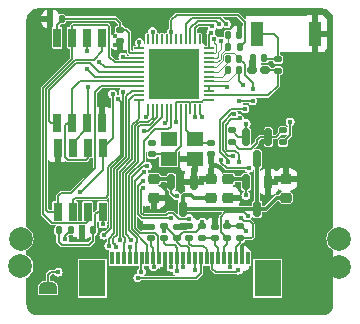
<source format=gbr>
%TF.GenerationSoftware,KiCad,Pcbnew,8.0.3*%
%TF.CreationDate,2024-10-06T18:51:06+08:00*%
%TF.ProjectId,Neko_Wireless_Transmission,4e656b6f-5f57-4697-9265-6c6573735f54,rev?*%
%TF.SameCoordinates,Original*%
%TF.FileFunction,Copper,L1,Top*%
%TF.FilePolarity,Positive*%
%FSLAX46Y46*%
G04 Gerber Fmt 4.6, Leading zero omitted, Abs format (unit mm)*
G04 Created by KiCad (PCBNEW 8.0.3) date 2024-10-06 18:51:06*
%MOMM*%
%LPD*%
G01*
G04 APERTURE LIST*
G04 Aperture macros list*
%AMRoundRect*
0 Rectangle with rounded corners*
0 $1 Rounding radius*
0 $2 $3 $4 $5 $6 $7 $8 $9 X,Y pos of 4 corners*
0 Add a 4 corners polygon primitive as box body*
4,1,4,$2,$3,$4,$5,$6,$7,$8,$9,$2,$3,0*
0 Add four circle primitives for the rounded corners*
1,1,$1+$1,$2,$3*
1,1,$1+$1,$4,$5*
1,1,$1+$1,$6,$7*
1,1,$1+$1,$8,$9*
0 Add four rect primitives between the rounded corners*
20,1,$1+$1,$2,$3,$4,$5,0*
20,1,$1+$1,$4,$5,$6,$7,0*
20,1,$1+$1,$6,$7,$8,$9,0*
20,1,$1+$1,$8,$9,$2,$3,0*%
%AMFreePoly0*
4,1,19,0.500000,-0.750000,0.000000,-0.750000,0.000000,-0.744911,-0.071157,-0.744911,-0.207708,-0.704816,-0.327430,-0.627875,-0.420627,-0.520320,-0.479746,-0.390866,-0.500000,-0.250000,-0.500000,0.250000,-0.479746,0.390866,-0.420627,0.520320,-0.327430,0.627875,-0.207708,0.704816,-0.071157,0.744911,0.000000,0.744911,0.000000,0.750000,0.500000,0.750000,0.500000,-0.750000,0.500000,-0.750000,
$1*%
%AMFreePoly1*
4,1,19,0.000000,0.744911,0.071157,0.744911,0.207708,0.704816,0.327430,0.627875,0.420627,0.520320,0.479746,0.390866,0.500000,0.250000,0.500000,-0.250000,0.479746,-0.390866,0.420627,-0.520320,0.327430,-0.627875,0.207708,-0.704816,0.071157,-0.744911,0.000000,-0.744911,0.000000,-0.750000,-0.500000,-0.750000,-0.500000,0.750000,0.000000,0.750000,0.000000,0.744911,0.000000,0.744911,
$1*%
G04 Aperture macros list end*
%TA.AperFunction,SMDPad,CuDef*%
%ADD10RoundRect,0.150000X-0.150000X0.512500X-0.150000X-0.512500X0.150000X-0.512500X0.150000X0.512500X0*%
%TD*%
%TA.AperFunction,SMDPad,CuDef*%
%ADD11RoundRect,0.140000X0.170000X-0.140000X0.170000X0.140000X-0.170000X0.140000X-0.170000X-0.140000X0*%
%TD*%
%TA.AperFunction,SMDPad,CuDef*%
%ADD12R,0.300000X1.100000*%
%TD*%
%TA.AperFunction,SMDPad,CuDef*%
%ADD13R,2.300000X3.100000*%
%TD*%
%TA.AperFunction,SMDPad,CuDef*%
%ADD14RoundRect,0.135000X-0.185000X0.135000X-0.185000X-0.135000X0.185000X-0.135000X0.185000X0.135000X0*%
%TD*%
%TA.AperFunction,SMDPad,CuDef*%
%ADD15R,1.400000X1.200000*%
%TD*%
%TA.AperFunction,SMDPad,CuDef*%
%ADD16RoundRect,0.135000X0.185000X-0.135000X0.185000X0.135000X-0.185000X0.135000X-0.185000X-0.135000X0*%
%TD*%
%TA.AperFunction,SMDPad,CuDef*%
%ADD17RoundRect,0.160000X0.222500X0.160000X-0.222500X0.160000X-0.222500X-0.160000X0.222500X-0.160000X0*%
%TD*%
%TA.AperFunction,SMDPad,CuDef*%
%ADD18RoundRect,0.225000X0.250000X-0.225000X0.250000X0.225000X-0.250000X0.225000X-0.250000X-0.225000X0*%
%TD*%
%TA.AperFunction,SMDPad,CuDef*%
%ADD19RoundRect,0.225000X-0.250000X0.225000X-0.250000X-0.225000X0.250000X-0.225000X0.250000X0.225000X0*%
%TD*%
%TA.AperFunction,SMDPad,CuDef*%
%ADD20RoundRect,0.140000X0.140000X0.170000X-0.140000X0.170000X-0.140000X-0.170000X0.140000X-0.170000X0*%
%TD*%
%TA.AperFunction,SMDPad,CuDef*%
%ADD21R,0.700000X1.525000*%
%TD*%
%TA.AperFunction,SMDPad,CuDef*%
%ADD22RoundRect,0.135000X0.135000X0.185000X-0.135000X0.185000X-0.135000X-0.185000X0.135000X-0.185000X0*%
%TD*%
%TA.AperFunction,SMDPad,CuDef*%
%ADD23RoundRect,0.135000X-0.135000X-0.185000X0.135000X-0.185000X0.135000X0.185000X-0.135000X0.185000X0*%
%TD*%
%TA.AperFunction,SMDPad,CuDef*%
%ADD24RoundRect,0.150000X-0.150000X0.587500X-0.150000X-0.587500X0.150000X-0.587500X0.150000X0.587500X0*%
%TD*%
%TA.AperFunction,SMDPad,CuDef*%
%ADD25RoundRect,0.140000X-0.140000X-0.170000X0.140000X-0.170000X0.140000X0.170000X-0.140000X0.170000X0*%
%TD*%
%TA.AperFunction,SMDPad,CuDef*%
%ADD26RoundRect,0.140000X-0.170000X0.140000X-0.170000X-0.140000X0.170000X-0.140000X0.170000X0.140000X0*%
%TD*%
%TA.AperFunction,SMDPad,CuDef*%
%ADD27FreePoly0,270.000000*%
%TD*%
%TA.AperFunction,SMDPad,CuDef*%
%ADD28FreePoly1,270.000000*%
%TD*%
%TA.AperFunction,SMDPad,CuDef*%
%ADD29R,0.850000X0.200000*%
%TD*%
%TA.AperFunction,SMDPad,CuDef*%
%ADD30R,0.200000X0.850000*%
%TD*%
%TA.AperFunction,SMDPad,CuDef*%
%ADD31R,4.350000X4.350000*%
%TD*%
%TA.AperFunction,SMDPad,CuDef*%
%ADD32R,1.000000X2.150000*%
%TD*%
%TA.AperFunction,SMDPad,CuDef*%
%ADD33R,0.650000X1.650000*%
%TD*%
%TA.AperFunction,ViaPad*%
%ADD34C,0.450000*%
%TD*%
%TA.AperFunction,ViaPad*%
%ADD35C,2.000000*%
%TD*%
%TA.AperFunction,Conductor*%
%ADD36C,0.150000*%
%TD*%
%TA.AperFunction,Conductor*%
%ADD37C,0.200000*%
%TD*%
%TA.AperFunction,Conductor*%
%ADD38C,0.100000*%
%TD*%
%TA.AperFunction,Conductor*%
%ADD39C,0.300000*%
%TD*%
G04 APERTURE END LIST*
D10*
%TO.P,U2,1,GND*%
%TO.N,GND*%
X38440000Y-78035000D03*
%TO.P,U2,2,VO*%
%TO.N,CSI_1.8V*%
X36540000Y-78035000D03*
%TO.P,U2,3,VI*%
%TO.N,CAM_3.3V*%
X37490000Y-80310000D03*
%TD*%
D11*
%TO.P,C16,1*%
%TO.N,GND*%
X32200000Y-66140000D03*
%TO.P,C16,2*%
%TO.N,VDD_SDIO*%
X32200000Y-65180000D03*
%TD*%
D12*
%TO.P,J1,1,Pin_1*%
%TO.N,unconnected-(J1-Pin_1-Pad1)*%
X31520000Y-84510000D03*
%TO.P,J1,2,Pin_2*%
%TO.N,unconnected-(J1-Pin_2-Pad2)*%
X32020000Y-84510000D03*
%TO.P,J1,3,Pin_3*%
%TO.N,/CSI_D2*%
X32520000Y-84510000D03*
%TO.P,J1,4,Pin_4*%
%TO.N,/CSI_D1*%
X33020000Y-84510000D03*
%TO.P,J1,5,Pin_5*%
%TO.N,/CSI_D3*%
X33520000Y-84510000D03*
%TO.P,J1,6,Pin_6*%
%TO.N,/CSI_D0*%
X34020000Y-84510000D03*
%TO.P,J1,7,Pin_7*%
%TO.N,/CSI_D4*%
X34520000Y-84510000D03*
%TO.P,J1,8,Pin_8*%
%TO.N,/CSI_PCLK*%
X35020000Y-84510000D03*
%TO.P,J1,9,Pin_9*%
%TO.N,/CSI_D5*%
X35520000Y-84510000D03*
%TO.P,J1,10,Pin_10*%
%TO.N,GND*%
X36020000Y-84510000D03*
%TO.P,J1,11,Pin_11*%
%TO.N,/CSI_D6*%
X36520000Y-84510000D03*
%TO.P,J1,12,Pin_12*%
%TO.N,/CSI_MCLK*%
X37020000Y-84510000D03*
%TO.P,J1,13,Pin_13*%
%TO.N,/CSI_D7*%
X37520000Y-84510000D03*
%TO.P,J1,14,Pin_14*%
%TO.N,+3.3V*%
X38020000Y-84510000D03*
%TO.P,J1,15,Pin_15*%
%TO.N,CSI_1.8V*%
X38520000Y-84510000D03*
%TO.P,J1,16,Pin_16*%
%TO.N,/CSI_HSYNC*%
X39020000Y-84510000D03*
%TO.P,J1,17,Pin_17*%
%TO.N,Net-(J1-Pin_17)*%
X39520000Y-84510000D03*
%TO.P,J1,18,Pin_18*%
%TO.N,/CSI_VSYNC*%
X40020000Y-84510000D03*
%TO.P,J1,19,Pin_19*%
%TO.N,/CAM_RST*%
X40520000Y-84510000D03*
%TO.P,J1,20,Pin_20*%
%TO.N,/TWI_SCL*%
X41020000Y-84510000D03*
%TO.P,J1,21,Pin_21*%
%TO.N,CSI_2.8V*%
X41520000Y-84510000D03*
%TO.P,J1,22,Pin_22*%
%TO.N,/TWI_SDA*%
X42020000Y-84510000D03*
%TO.P,J1,23,Pin_23*%
%TO.N,GND*%
X42520000Y-84510000D03*
%TO.P,J1,24,Pin_24*%
%TO.N,unconnected-(J1-Pin_24-Pad24)*%
X43020000Y-84510000D03*
D13*
%TO.P,J1,MP*%
%TO.N,N/C*%
X29850000Y-86210000D03*
X44690000Y-86210000D03*
%TD*%
D11*
%TO.P,C23,1*%
%TO.N,/CAM_RST*%
X40212855Y-82800000D03*
%TO.P,C23,2*%
%TO.N,GND*%
X40212855Y-81840000D03*
%TD*%
D14*
%TO.P,R3,1*%
%TO.N,+3.3V*%
X41281426Y-81810000D03*
%TO.P,R3,2*%
%TO.N,/TWI_SCL*%
X41281426Y-82830000D03*
%TD*%
D11*
%TO.P,C3,1*%
%TO.N,/LNA_IN*%
X45570000Y-68620000D03*
%TO.P,C3,2*%
%TO.N,Net-(ANT1-FEED)*%
X45570000Y-67660000D03*
%TD*%
D15*
%TO.P,Y1,1,CRYSTAL_1*%
%TO.N,/XTAL_N*%
X36310000Y-76080000D03*
%TO.P,Y1,2,GND_1*%
%TO.N,GND*%
X38510000Y-76080000D03*
%TO.P,Y1,3,CRYSTAL_2*%
%TO.N,/XTAL_P*%
X38510000Y-74380000D03*
%TO.P,Y1,4,GND_2*%
%TO.N,GND*%
X36310000Y-74380000D03*
%TD*%
D16*
%TO.P,R8,1*%
%TO.N,Net-(Q1-G)*%
X41640000Y-74710000D03*
%TO.P,R8,2*%
%TO.N,+3.3V*%
X41640000Y-73690000D03*
%TD*%
D17*
%TO.P,L1,1,1*%
%TO.N,/LNA_IN*%
X44480000Y-68590000D03*
%TO.P,L1,2,2*%
%TO.N,GND*%
X43335000Y-68590000D03*
%TD*%
D11*
%TO.P,C25,1*%
%TO.N,+3.3V*%
X36997142Y-82800000D03*
%TO.P,C25,2*%
%TO.N,GND*%
X36997142Y-81840000D03*
%TD*%
D18*
%TO.P,C28,1*%
%TO.N,CAM_3.3V*%
X39920000Y-79375000D03*
%TO.P,C28,2*%
%TO.N,GND*%
X39920000Y-77825000D03*
%TD*%
D14*
%TO.P,R7,1*%
%TO.N,+3.3V*%
X39144284Y-81810000D03*
%TO.P,R7,2*%
%TO.N,/CAM_RST*%
X39144284Y-82830000D03*
%TD*%
%TO.P,R4,1*%
%TO.N,+3.3V*%
X42360000Y-81810000D03*
%TO.P,R4,2*%
%TO.N,/TWI_SDA*%
X42360000Y-82830000D03*
%TD*%
D18*
%TO.P,C26,1*%
%TO.N,CAM_3.3V*%
X46240000Y-79380000D03*
%TO.P,C26,2*%
%TO.N,GND*%
X46240000Y-77830000D03*
%TD*%
D16*
%TO.P,R1,1*%
%TO.N,/CSI_MCLK*%
X35928571Y-82830000D03*
%TO.P,R1,2*%
%TO.N,+3.3V*%
X35928571Y-81810000D03*
%TD*%
D19*
%TO.P,C30,1*%
%TO.N,CSI_1.8V*%
X35060000Y-77825000D03*
%TO.P,C30,2*%
%TO.N,GND*%
X35060000Y-79375000D03*
%TD*%
D20*
%TO.P,C6,1*%
%TO.N,Net-(ANT1-FEED)*%
X44390000Y-67570000D03*
%TO.P,C6,2*%
%TO.N,GND*%
X43430000Y-67570000D03*
%TD*%
D21*
%TO.P,IC3,1,#CE*%
%TO.N,/PSRAM_CS*%
X30730000Y-75140000D03*
%TO.P,IC3,2,SO/SIO[1]*%
%TO.N,/SDIO_D0*%
X29460000Y-75140000D03*
%TO.P,IC3,3,SIO[2]*%
%TO.N,/SDIO_D3*%
X28190000Y-75140000D03*
%TO.P,IC3,4,VSS*%
%TO.N,GND*%
X26920000Y-75140000D03*
%TO.P,IC3,5,SI/SIO[0]*%
%TO.N,/SDIO_D1*%
X26920000Y-80564000D03*
%TO.P,IC3,6,SCLK*%
%TO.N,/PSRAM_CLK*%
X28190000Y-80564000D03*
%TO.P,IC3,7,SIO[3]*%
%TO.N,/SDIO_D2*%
X29460000Y-80564000D03*
%TO.P,IC3,8,VDD*%
%TO.N,+3.3V*%
X30730000Y-80564000D03*
%TD*%
D22*
%TO.P,R5,1*%
%TO.N,+3.3V*%
X42340000Y-66616666D03*
%TO.P,R5,2*%
%TO.N,/RST*%
X41320000Y-66616666D03*
%TD*%
D23*
%TO.P,R10,1*%
%TO.N,+3.3V*%
X27010000Y-82150000D03*
%TO.P,R10,2*%
%TO.N,/PSRAM_CS*%
X28030000Y-82150000D03*
%TD*%
D20*
%TO.P,C29,1*%
%TO.N,+3.3V*%
X29910000Y-82150000D03*
%TO.P,C29,2*%
%TO.N,GND*%
X28950000Y-82150000D03*
%TD*%
D24*
%TO.P,Q1,1,G*%
%TO.N,Net-(Q1-G)*%
X44760000Y-74250000D03*
%TO.P,Q1,2,S*%
%TO.N,+3.3V*%
X42860000Y-74250000D03*
%TO.P,Q1,3,D*%
%TO.N,CAM_3.3V*%
X43810000Y-76125000D03*
%TD*%
D25*
%TO.P,C14,1*%
%TO.N,/Sensor_CAPN*%
X41350000Y-67613332D03*
%TO.P,C14,2*%
%TO.N,/CSI_D5*%
X42310000Y-67613332D03*
%TD*%
D10*
%TO.P,U1,1,GND*%
%TO.N,GND*%
X44760000Y-78040000D03*
%TO.P,U1,2,VO*%
%TO.N,CSI_2.8V*%
X42860000Y-78040000D03*
%TO.P,U1,3,VI*%
%TO.N,CAM_3.3V*%
X43810000Y-80315000D03*
%TD*%
D26*
%TO.P,C12,1*%
%TO.N,/XTAL_P*%
X39930000Y-74750000D03*
%TO.P,C12,2*%
%TO.N,GND*%
X39930000Y-75710000D03*
%TD*%
D20*
%TO.P,C13,1*%
%TO.N,/CSI_D4*%
X42310000Y-68600000D03*
%TO.P,C13,2*%
%TO.N,/Sensor_CAPP*%
X41350000Y-68600000D03*
%TD*%
D27*
%TO.P,JP1,1,A*%
%TO.N,/CSI_MCLK*%
X26100000Y-87030000D03*
D28*
%TO.P,JP1,2,B*%
%TO.N,GND*%
X26100000Y-88330000D03*
%TD*%
D29*
%TO.P,IC2,1,VDDA_1*%
%TO.N,+3.3VADC*%
X39700000Y-71130000D03*
%TO.P,IC2,2,LNA_IN*%
%TO.N,/LNA_IN*%
X39700000Y-70730000D03*
%TO.P,IC2,3,VDD3P3_1*%
%TO.N,+3.3V*%
X39700000Y-70330000D03*
%TO.P,IC2,4,VDD3P3_2*%
X39700000Y-69930000D03*
%TO.P,IC2,5,SENSOR_VP*%
%TO.N,/CSI_D4*%
X39700000Y-69530000D03*
%TO.P,IC2,6,SENSOR_CAPP*%
%TO.N,/Sensor_CAPP*%
X39700000Y-69130000D03*
%TO.P,IC2,7,SENSOR_CAPN*%
%TO.N,/Sensor_CAPN*%
X39700000Y-68730000D03*
%TO.P,IC2,8,SENSOR_VN*%
%TO.N,/CSI_D5*%
X39700000Y-68330000D03*
%TO.P,IC2,9,CHIP_PU*%
%TO.N,/RST*%
X39700000Y-67930000D03*
%TO.P,IC2,10,VDET_1*%
%TO.N,/CSI_D6*%
X39700000Y-67530000D03*
%TO.P,IC2,11,VDET_2*%
%TO.N,/CSI_D7*%
X39700000Y-67130000D03*
%TO.P,IC2,12,32K_XP*%
%TO.N,/CAM_PWR*%
X39700000Y-66730000D03*
D30*
%TO.P,IC2,13,32K_XN*%
%TO.N,/LED*%
X38950000Y-65980000D03*
%TO.P,IC2,14,GPIO25*%
%TO.N,/CSI_VSYNC*%
X38550000Y-65980000D03*
%TO.P,IC2,15,GPIO26*%
%TO.N,/TWI_SDA*%
X38150000Y-65980000D03*
%TO.P,IC2,16,GPIO27*%
%TO.N,/TWI_SCL*%
X37750000Y-65980000D03*
%TO.P,IC2,17,MTMS*%
%TO.N,/IO14*%
X37350000Y-65980000D03*
%TO.P,IC2,18,MTDI*%
%TO.N,/IO12*%
X36950000Y-65980000D03*
%TO.P,IC2,19,VDD3P3_RTC*%
%TO.N,+3.3V*%
X36550000Y-65980000D03*
%TO.P,IC2,20,MTCK*%
%TO.N,/IO13*%
X36150000Y-65980000D03*
%TO.P,IC2,21,MTDO*%
%TO.N,/IO15*%
X35750000Y-65980000D03*
%TO.P,IC2,22,GPIO2*%
%TO.N,/IO2*%
X35350000Y-65980000D03*
%TO.P,IC2,23,GPIO0*%
%TO.N,/CSI_MCLK*%
X34950000Y-65980000D03*
%TO.P,IC2,24,GPIO4*%
%TO.N,/IO4*%
X34550000Y-65980000D03*
D29*
%TO.P,IC2,25,GPIO16*%
%TO.N,/PSRAM_CS*%
X33800000Y-66730000D03*
%TO.P,IC2,26,VDD_SDIO*%
%TO.N,VDD_SDIO*%
X33800000Y-67130000D03*
%TO.P,IC2,27,GPIO17*%
%TO.N,/PSRAM_CLK*%
X33800000Y-67530000D03*
%TO.P,IC2,28,SD_DATA_2*%
%TO.N,/SDIO_D2*%
X33800000Y-67930000D03*
%TO.P,IC2,29,SD_DATA_3*%
%TO.N,/SDIO_D3*%
X33800000Y-68330000D03*
%TO.P,IC2,30,SD_CMD*%
%TO.N,/SDIO_CMD*%
X33800000Y-68730000D03*
%TO.P,IC2,31,SD_CLK*%
%TO.N,/SDIO_CLK*%
X33800000Y-69130000D03*
%TO.P,IC2,32,SD_DATA_0*%
%TO.N,/SDIO_D0*%
X33800000Y-69530000D03*
%TO.P,IC2,33,SD_DATA_1*%
%TO.N,/SDIO_D1*%
X33800000Y-69930000D03*
%TO.P,IC2,34,GPIO5*%
%TO.N,/CSI_D0*%
X33800000Y-70330000D03*
%TO.P,IC2,35,GPIO18*%
%TO.N,/CSI_D1*%
X33800000Y-70730000D03*
%TO.P,IC2,36,GPIO23*%
%TO.N,/CSI_HSYNC*%
X33800000Y-71130000D03*
D30*
%TO.P,IC2,37,VDD3P3_CPU*%
%TO.N,+3.3V*%
X34550000Y-71880000D03*
%TO.P,IC2,38,GPIO19*%
%TO.N,/CSI_D2*%
X34950000Y-71880000D03*
%TO.P,IC2,39,GPIO22*%
%TO.N,/CSI_PCLK*%
X35350000Y-71880000D03*
%TO.P,IC2,40,U0RXD*%
%TO.N,/U0RXD*%
X35750000Y-71880000D03*
%TO.P,IC2,41,U0TXD*%
%TO.N,/U0TXD*%
X36150000Y-71880000D03*
%TO.P,IC2,42,GPIO21*%
%TO.N,/CSI_D3*%
X36550000Y-71880000D03*
%TO.P,IC2,43,VDDA_2*%
%TO.N,+3.3VADC*%
X36950000Y-71880000D03*
%TO.P,IC2,44,XTAL_N*%
%TO.N,/XTAL_N*%
X37350000Y-71880000D03*
%TO.P,IC2,45,XTAL_P*%
%TO.N,/XTAL_P*%
X37750000Y-71880000D03*
%TO.P,IC2,46,VDDA_3*%
%TO.N,+3.3VADC*%
X38150000Y-71880000D03*
%TO.P,IC2,47,CAP2*%
%TO.N,/CAP2*%
X38550000Y-71880000D03*
%TO.P,IC2,48,CAP1*%
%TO.N,/CAP1*%
X38950000Y-71880000D03*
D31*
%TO.P,IC2,49,GND*%
%TO.N,GND*%
X36750000Y-68930000D03*
%TD*%
D26*
%TO.P,C4,1*%
%TO.N,GND*%
X34900000Y-74760000D03*
%TO.P,C4,2*%
%TO.N,/XTAL_N*%
X34900000Y-75720000D03*
%TD*%
D32*
%TO.P,ANT1,1,FEED*%
%TO.N,Net-(ANT1-FEED)*%
X43810000Y-65490000D03*
%TO.P,ANT1,2,GND*%
%TO.N,GND*%
X48710000Y-65490000D03*
%TD*%
D16*
%TO.P,R6,1*%
%TO.N,/CAM_PWR*%
X45980000Y-74710000D03*
%TO.P,R6,2*%
%TO.N,Net-(Q1-G)*%
X45980000Y-73690000D03*
%TD*%
%TO.P,R9,1*%
%TO.N,Net-(J1-Pin_17)*%
X38065713Y-82830000D03*
%TO.P,R9,2*%
%TO.N,GND*%
X38065713Y-81810000D03*
%TD*%
D19*
%TO.P,C27,1*%
%TO.N,CSI_2.8V*%
X41380000Y-77830000D03*
%TO.P,C27,2*%
%TO.N,GND*%
X41380000Y-79380000D03*
%TD*%
D33*
%TO.P,IC1,1,~{CS}*%
%TO.N,/SDIO_CMD*%
X26895000Y-73030000D03*
%TO.P,IC1,2,DO_(IO1)*%
%TO.N,/SDIO_D0*%
X28165000Y-73030000D03*
%TO.P,IC1,3,~{WP_(IO2)}*%
%TO.N,/SDIO_D3*%
X29435000Y-73030000D03*
%TO.P,IC1,4,GND*%
%TO.N,GND*%
X30705000Y-73030000D03*
%TO.P,IC1,5,DI_(IO0)*%
%TO.N,/SDIO_D1*%
X30705000Y-65830000D03*
%TO.P,IC1,6,CLK*%
%TO.N,/SDIO_CLK*%
X29435000Y-65830000D03*
%TO.P,IC1,7,~{HOLD_OR_}/RESET_(IO3)*%
%TO.N,/SDIO_D2*%
X28165000Y-65830000D03*
%TO.P,IC1,8,VCC*%
%TO.N,VDD_SDIO*%
X26895000Y-65830000D03*
%TD*%
D11*
%TO.P,C24,1*%
%TO.N,/CSI_PCLK*%
X34860000Y-82800000D03*
%TO.P,C24,2*%
%TO.N,GND*%
X34860000Y-81840000D03*
%TD*%
D25*
%TO.P,C21,1*%
%TO.N,/RST*%
X41350000Y-65620000D03*
%TO.P,C21,2*%
%TO.N,GND*%
X42310000Y-65620000D03*
%TD*%
D20*
%TO.P,C17,1*%
%TO.N,VDD_SDIO*%
X27250000Y-64270000D03*
%TO.P,C17,2*%
%TO.N,GND*%
X26290000Y-64270000D03*
%TD*%
D34*
%TO.N,/CSI_MCLK*%
X30830000Y-82560000D03*
X37021574Y-85604028D03*
X26960000Y-85680000D03*
X34950000Y-65330000D03*
X32470000Y-70430000D03*
%TO.N,/CAP2*%
X38550000Y-72540000D03*
%TO.N,+3.3V*%
X35930000Y-82180000D03*
X39160000Y-81450000D03*
X30760000Y-81610000D03*
X41235000Y-70005000D03*
X34410000Y-72530000D03*
X36550000Y-65330000D03*
D35*
X50770000Y-82860000D03*
D34*
X42870000Y-82210000D03*
X42870000Y-73110000D03*
X41220000Y-81400000D03*
%TO.N,/CSI_D0*%
X31250000Y-83440000D03*
X34010000Y-85650000D03*
%TO.N,/CSI_PCLK*%
X35040000Y-85240000D03*
X33143417Y-82975019D03*
%TO.N,/SDIO_D3*%
X29500000Y-69980000D03*
X30450000Y-67880000D03*
%TO.N,/CSI_D4*%
X43430000Y-71190000D03*
X42270000Y-71220000D03*
X42610000Y-69830000D03*
X43120000Y-76880000D03*
X40750000Y-76230000D03*
X34505091Y-76692054D03*
%TO.N,+3.3VADC*%
X36940000Y-73000000D03*
%TO.N,/CAM_PWR*%
X46590000Y-72960000D03*
X39880118Y-65444205D03*
%TO.N,/CSI_HSYNC*%
X33706278Y-86167452D03*
X32180000Y-82960000D03*
%TO.N,/CSI_D1*%
X33010000Y-83560000D03*
X31850000Y-83560000D03*
%TO.N,/CSI_D7*%
X42320000Y-72660000D03*
X34160000Y-78540000D03*
X37520000Y-85270000D03*
X42240000Y-76380000D03*
X38050000Y-81160000D03*
X40175671Y-65966366D03*
%TO.N,/U0RXD*%
X34190000Y-73760000D03*
D35*
X23770000Y-82840000D03*
D34*
%TO.N,/CSI_D5*%
X41336684Y-76355718D03*
X42770000Y-71860000D03*
X43470000Y-70220000D03*
X34220000Y-77220000D03*
%TO.N,/U0TXD*%
X35970000Y-73070000D03*
D35*
X23760000Y-85190000D03*
D34*
%TO.N,/CSI_D6*%
X36530000Y-85260000D03*
X40750000Y-66140000D03*
X34150000Y-77930000D03*
X41780000Y-75850000D03*
X41820000Y-72310000D03*
X36470000Y-81140000D03*
%TO.N,GND*%
X33990000Y-81570000D03*
X26610000Y-77320000D03*
X31760000Y-65730000D03*
X38950000Y-80820000D03*
X39010000Y-65180000D03*
X35170000Y-80280000D03*
X35760000Y-85410000D03*
X26610000Y-77990000D03*
X30750000Y-70970000D03*
X35860000Y-67480000D03*
X37960000Y-68820000D03*
X37570000Y-78020000D03*
D35*
X50760000Y-85210000D03*
D34*
X31780000Y-66430000D03*
X26610000Y-76650000D03*
X34540000Y-80270000D03*
X40210000Y-81160000D03*
X34790000Y-68880000D03*
X37540000Y-78540000D03*
X35850000Y-66970000D03*
X30750000Y-71560000D03*
X28390000Y-82920000D03*
X28910000Y-82920000D03*
X35340000Y-85760000D03*
X34790000Y-69380000D03*
%TO.N,/SDIO_CLK*%
X29435000Y-66930000D03*
X29440000Y-68460000D03*
%TO.N,/CAP1*%
X39150003Y-72540000D03*
%TO.N,/CSI_VSYNC*%
X40016541Y-64859918D03*
X42220000Y-85510000D03*
%TO.N,CSI_1.8V*%
X38520000Y-85520000D03*
X36980000Y-79210000D03*
%TO.N,/PSRAM_CS*%
X31570000Y-70610000D03*
X33830000Y-66240000D03*
X27520000Y-82890000D03*
X28810000Y-78930000D03*
%TO.N,/TWI_SCL*%
X43010000Y-80930000D03*
X41200000Y-64670000D03*
%TO.N,/PSRAM_CLK*%
X32440000Y-67480000D03*
X32030000Y-71040000D03*
%TO.N,/TWI_SDA*%
X42420000Y-81140000D03*
X40600000Y-64720000D03*
%TO.N,CSI_2.8V*%
X41500000Y-85240000D03*
X42860000Y-79180000D03*
%TD*%
D36*
%TO.N,/SDIO_D1*%
X30705000Y-66985000D02*
X30705000Y-65830000D01*
X30110000Y-76896446D02*
X28026446Y-78980000D01*
X28026446Y-78980000D02*
X27210000Y-78980000D01*
X25930000Y-70203554D02*
X28403554Y-67730000D01*
X25930000Y-80410000D02*
X25930000Y-70203554D01*
X28403554Y-67730000D02*
X29960000Y-67730000D01*
X30110000Y-70400000D02*
X30110000Y-76896446D01*
X26920000Y-79270000D02*
X26920000Y-80564000D01*
X27210000Y-78980000D02*
X26920000Y-79270000D01*
X26920000Y-80564000D02*
X26084000Y-80564000D01*
X33800000Y-69930000D02*
X30580000Y-69930000D01*
X29960000Y-67730000D02*
X30705000Y-66985000D01*
X30580000Y-69930000D02*
X30110000Y-70400000D01*
X26084000Y-80564000D02*
X25930000Y-80410000D01*
%TO.N,/CSI_MCLK*%
X35928571Y-82830000D02*
X35928571Y-83258571D01*
X36090000Y-83420000D02*
X36830000Y-83420000D01*
X31460000Y-81930000D02*
X30830000Y-82560000D01*
X37021574Y-85604028D02*
X37021574Y-84511574D01*
X32490000Y-75836446D02*
X31460000Y-76866446D01*
X36830000Y-83420000D02*
X37020000Y-83610000D01*
D37*
X26100000Y-87030000D02*
X26100000Y-85890000D01*
X34950000Y-65980000D02*
X34950000Y-65330000D01*
D36*
X37020000Y-83610000D02*
X37020000Y-84510000D01*
D37*
X26310000Y-85680000D02*
X26960000Y-85680000D01*
D36*
X32470000Y-70610000D02*
X32490000Y-70630000D01*
X32490000Y-70630000D02*
X32490000Y-75836446D01*
X31460000Y-76866446D02*
X31460000Y-81930000D01*
X32470000Y-70430000D02*
X32470000Y-70610000D01*
D37*
X26100000Y-85890000D02*
X26310000Y-85680000D01*
D36*
X37021574Y-84511574D02*
X37020000Y-84510000D01*
X35928571Y-83258571D02*
X36090000Y-83420000D01*
%TO.N,/CAP2*%
X38550000Y-71880000D02*
X38550000Y-72540000D01*
D37*
%TO.N,+3.3V*%
X29595000Y-83365000D02*
X27245000Y-83365000D01*
D36*
X36990082Y-63909918D02*
X36550000Y-64350000D01*
D37*
X30306000Y-80564000D02*
X30070000Y-80800000D01*
D36*
X42765000Y-66191666D02*
X42765000Y-64505000D01*
X36997142Y-82800000D02*
X36997142Y-83167142D01*
D37*
X39160000Y-81450000D02*
X39160000Y-81794284D01*
X42870000Y-73110000D02*
X42870000Y-74240000D01*
X29910000Y-82150000D02*
X30070000Y-81990000D01*
X35928571Y-81810000D02*
X35928571Y-82178571D01*
D36*
X39700000Y-69930000D02*
X39700000Y-70330000D01*
D37*
X42870000Y-74240000D02*
X42860000Y-74250000D01*
D36*
X42169918Y-63909918D02*
X36990082Y-63909918D01*
D37*
X42360000Y-81810000D02*
X42470000Y-81810000D01*
X35928571Y-81810000D02*
X36007142Y-81810000D01*
D36*
X38659284Y-82295000D02*
X39144284Y-81810000D01*
D37*
X41281426Y-81461426D02*
X41220000Y-81400000D01*
D36*
X38020000Y-83670000D02*
X38020000Y-84510000D01*
X41235000Y-70005000D02*
X41160000Y-69930000D01*
D37*
X27245000Y-83365000D02*
X27010000Y-83130000D01*
D36*
X37340000Y-83510000D02*
X37860000Y-83510000D01*
D37*
X29910000Y-83050000D02*
X29595000Y-83365000D01*
D36*
X42765000Y-64505000D02*
X42169918Y-63909918D01*
D37*
X30070000Y-81990000D02*
X30070000Y-80800000D01*
X29910000Y-82150000D02*
X29910000Y-83050000D01*
X42470000Y-81810000D02*
X42870000Y-82210000D01*
X42200000Y-74250000D02*
X41640000Y-73690000D01*
D36*
X34550000Y-72390000D02*
X34410000Y-72530000D01*
X36997142Y-82800000D02*
X37502142Y-82295000D01*
X34550000Y-71880000D02*
X34550000Y-72390000D01*
D37*
X30760000Y-80594000D02*
X30730000Y-80564000D01*
D36*
X36550000Y-65980000D02*
X36550000Y-65330000D01*
D37*
X35928571Y-82178571D02*
X35930000Y-82180000D01*
X30760000Y-81610000D02*
X30760000Y-80594000D01*
X42860000Y-74250000D02*
X42200000Y-74250000D01*
X27010000Y-83130000D02*
X27010000Y-82150000D01*
D36*
X36997142Y-83167142D02*
X37340000Y-83510000D01*
X37860000Y-83510000D02*
X38020000Y-83670000D01*
D37*
X39160000Y-81794284D02*
X39144284Y-81810000D01*
X41281426Y-81810000D02*
X42360000Y-81810000D01*
X30730000Y-80564000D02*
X30306000Y-80564000D01*
D36*
X42340000Y-66616666D02*
X42765000Y-66191666D01*
D37*
X36007142Y-81810000D02*
X36997142Y-82800000D01*
D36*
X36550000Y-64350000D02*
X36550000Y-65330000D01*
X37502142Y-82295000D02*
X38659284Y-82295000D01*
D37*
X41281426Y-81810000D02*
X41281426Y-81461426D01*
D36*
X41160000Y-69930000D02*
X39700000Y-69930000D01*
%TO.N,/CSI_D0*%
X32740000Y-75940000D02*
X31710000Y-76970000D01*
X31710000Y-82400000D02*
X31250000Y-82860000D01*
X33220000Y-70330000D02*
X32740000Y-70810000D01*
X34010000Y-85650000D02*
X34010000Y-84520000D01*
X33800000Y-70330000D02*
X33220000Y-70330000D01*
X31710000Y-76970000D02*
X31710000Y-82400000D01*
X34010000Y-84520000D02*
X34020000Y-84510000D01*
X32740000Y-70810000D02*
X32740000Y-75940000D01*
X31250000Y-82860000D02*
X31250000Y-83440000D01*
%TO.N,/CSI_PCLK*%
X35040000Y-85240000D02*
X35040000Y-84530000D01*
X35040000Y-84530000D02*
X35020000Y-84510000D01*
X32710000Y-82500000D02*
X32710000Y-77384216D01*
X35020000Y-83620000D02*
X35020000Y-84510000D01*
X33923554Y-73230000D02*
X34699951Y-73230000D01*
X34699951Y-73230000D02*
X35350000Y-72579951D01*
X35350000Y-72579951D02*
X35350000Y-71880000D01*
X33143417Y-82933417D02*
X32710000Y-82500000D01*
X33143417Y-82975019D02*
X33143417Y-82933417D01*
X34860000Y-83460000D02*
X35020000Y-83620000D01*
X33740000Y-73413554D02*
X33923554Y-73230000D01*
X33740000Y-76354216D02*
X33740000Y-73413554D01*
X32710000Y-77384216D02*
X33740000Y-76354216D01*
X34860000Y-82800000D02*
X34860000Y-83460000D01*
%TO.N,/SDIO_D3*%
X29500000Y-72965000D02*
X29435000Y-73030000D01*
X30450000Y-67880000D02*
X30900000Y-68330000D01*
X28190000Y-75140000D02*
X28190000Y-74727500D01*
X29500000Y-69980000D02*
X29500000Y-72965000D01*
X29435000Y-73482500D02*
X29435000Y-73030000D01*
X28190000Y-74727500D02*
X29435000Y-73482500D01*
X30900000Y-68330000D02*
X33800000Y-68330000D01*
%TO.N,/CSI_D4*%
X41224569Y-76880000D02*
X43120000Y-76880000D01*
X42610000Y-69830000D02*
X42310000Y-69530000D01*
X42300000Y-71190000D02*
X42270000Y-71220000D01*
X43430000Y-71190000D02*
X42300000Y-71190000D01*
D38*
X41380000Y-69530000D02*
X39700000Y-69530000D01*
D36*
X42310000Y-69530000D02*
X42310000Y-68600000D01*
X40750000Y-76405431D02*
X41224569Y-76880000D01*
X33210000Y-82051651D02*
X34520000Y-83361651D01*
X34505091Y-76692054D02*
X34109270Y-76692054D01*
X34109270Y-76692054D02*
X33210000Y-77591324D01*
X40750000Y-76230000D02*
X40750000Y-76405431D01*
X33210000Y-77591324D02*
X33210000Y-82051651D01*
X34520000Y-83361651D02*
X34520000Y-84510000D01*
D38*
X42310000Y-68600000D02*
X41380000Y-69530000D01*
%TO.N,/Sensor_CAPP*%
X40820000Y-69130000D02*
X39700000Y-69130000D01*
X41350000Y-68600000D02*
X40820000Y-69130000D01*
D37*
%TO.N,/XTAL_P*%
X39930000Y-74750000D02*
X38880000Y-74750000D01*
D36*
X37750000Y-73620000D02*
X38510000Y-74380000D01*
D37*
X38880000Y-74750000D02*
X38510000Y-74380000D01*
D36*
X37750000Y-71880000D02*
X37750000Y-73620000D01*
%TO.N,+3.3VADC*%
X39260000Y-71130000D02*
X39110000Y-71280000D01*
X36975000Y-71280000D02*
X38060000Y-71280000D01*
X39700000Y-71130000D02*
X39260000Y-71130000D01*
X39110000Y-71280000D02*
X38240000Y-71280000D01*
X38240000Y-71280000D02*
X38150000Y-71370000D01*
X38150000Y-71370000D02*
X38150000Y-71880000D01*
X36940000Y-73000000D02*
X36950000Y-72990000D01*
X38060000Y-71280000D02*
X38150000Y-71370000D01*
X36950000Y-71305000D02*
X36975000Y-71280000D01*
X36950000Y-72990000D02*
X36950000Y-71880000D01*
X36950000Y-71880000D02*
X36950000Y-71305000D01*
%TO.N,/CAM_PWR*%
X39700000Y-65624323D02*
X39700000Y-66730000D01*
X46590000Y-74100000D02*
X45980000Y-74710000D01*
X39880118Y-65444205D02*
X39700000Y-65624323D01*
X46590000Y-72960000D02*
X46590000Y-74100000D01*
%TO.N,/CSI_HSYNC*%
X33800000Y-71130000D02*
X33800000Y-72650000D01*
X33800000Y-72650000D02*
X33680000Y-72770000D01*
X33706278Y-86167452D02*
X38652548Y-86167452D01*
X38652548Y-86167452D02*
X39020000Y-85800000D01*
X39020000Y-85800000D02*
X39020000Y-84510000D01*
X32210000Y-77177108D02*
X32210000Y-82930000D01*
X32210000Y-82930000D02*
X32180000Y-82960000D01*
X33676446Y-72770000D02*
X33240000Y-73206446D01*
X33680000Y-72770000D02*
X33676446Y-72770000D01*
X33240000Y-76147108D02*
X32210000Y-77177108D01*
X33240000Y-73206446D02*
X33240000Y-76147108D01*
%TO.N,/XTAL_N*%
X37390000Y-72653603D02*
X37390000Y-75000000D01*
X37390000Y-75000000D02*
X36310000Y-76080000D01*
X37350000Y-71880000D02*
X37350000Y-72613603D01*
D37*
X35950000Y-75720000D02*
X36310000Y-76080000D01*
D36*
X37350000Y-72613603D02*
X37390000Y-72653603D01*
D37*
X34900000Y-75720000D02*
X35950000Y-75720000D01*
D36*
%TO.N,/CSI_D1*%
X31960000Y-77073554D02*
X32990000Y-76043554D01*
X31850000Y-83560000D02*
X31850000Y-83403603D01*
X32990000Y-71090000D02*
X33350000Y-70730000D01*
X33010000Y-83560000D02*
X33010000Y-84500000D01*
X31960000Y-82503554D02*
X31960000Y-77073554D01*
X31850000Y-83403603D02*
X31640000Y-83193603D01*
X32990000Y-76043554D02*
X32990000Y-71090000D01*
X31640000Y-83193603D02*
X31640000Y-82823554D01*
X33010000Y-84500000D02*
X33020000Y-84510000D01*
X33350000Y-70730000D02*
X33800000Y-70730000D01*
X31640000Y-82823554D02*
X31960000Y-82503554D01*
%TO.N,/CSI_D3*%
X34200000Y-74560000D02*
X34200000Y-76247770D01*
X36490000Y-73390000D02*
X36275000Y-73605000D01*
X36490000Y-72653603D02*
X36490000Y-73390000D01*
X36550000Y-71880000D02*
X36550000Y-72593603D01*
X33593417Y-83161416D02*
X33520000Y-83234833D01*
X32960000Y-77487770D02*
X32960000Y-82155205D01*
X34200000Y-76247770D02*
X32960000Y-77487770D01*
X36275000Y-73605000D02*
X35155000Y-73605000D01*
X35155000Y-73605000D02*
X34200000Y-74560000D01*
X33520000Y-83234833D02*
X33520000Y-84510000D01*
X32960000Y-82155205D02*
X33593417Y-82788622D01*
X33593417Y-82788622D02*
X33593417Y-83161416D01*
X36550000Y-72593603D02*
X36490000Y-72653603D01*
D38*
%TO.N,/CSI_D7*%
X40175671Y-66265671D02*
X40280000Y-66370000D01*
D36*
X41633603Y-72760000D02*
X41145000Y-73248603D01*
X33990000Y-78710000D02*
X34160000Y-78540000D01*
X37170000Y-81160000D02*
X36700000Y-80690000D01*
D38*
X40280000Y-66370000D02*
X40280000Y-67075000D01*
D36*
X41145000Y-74442852D02*
X41145000Y-75255000D01*
X41290000Y-75400000D02*
X41966397Y-75400000D01*
X33990000Y-80686446D02*
X33990000Y-78710000D01*
D38*
X40175671Y-65966366D02*
X40175671Y-66265671D01*
D36*
X41145000Y-73957148D02*
X41150000Y-73962148D01*
X41966397Y-75400000D02*
X42240000Y-75673603D01*
D38*
X40280000Y-67075000D02*
X40225000Y-67130000D01*
D36*
X42220000Y-72760000D02*
X41633603Y-72760000D01*
X36283603Y-80690000D02*
X36083603Y-80890000D01*
X42320000Y-72660000D02*
X42220000Y-72760000D01*
X41145000Y-73248603D02*
X41145000Y-73957148D01*
X41150000Y-73962148D02*
X41150000Y-74437852D01*
X41150000Y-74437852D02*
X41145000Y-74442852D01*
D38*
X40225000Y-67130000D02*
X39700000Y-67130000D01*
D36*
X41145000Y-75255000D02*
X41290000Y-75400000D01*
X37520000Y-85270000D02*
X37520000Y-84510000D01*
X36700000Y-80690000D02*
X36283603Y-80690000D01*
X42240000Y-75673603D02*
X42240000Y-76380000D01*
X34193554Y-80890000D02*
X33990000Y-80686446D01*
X38050000Y-81160000D02*
X37170000Y-81160000D01*
X36083603Y-80890000D02*
X34193554Y-80890000D01*
%TO.N,/CSI_D2*%
X33820000Y-72980000D02*
X34596397Y-72980000D01*
X34950000Y-72626397D02*
X34950000Y-71880000D01*
X32460000Y-77280662D02*
X33490000Y-76250662D01*
X32630000Y-82773603D02*
X32460000Y-82603603D01*
X33490000Y-76250662D02*
X33490000Y-73310000D01*
X32630000Y-83146397D02*
X32630000Y-82773603D01*
X32520000Y-83256397D02*
X32630000Y-83146397D01*
X32520000Y-84510000D02*
X32520000Y-83256397D01*
X32460000Y-82603603D02*
X32460000Y-77280662D01*
X34596397Y-72980000D02*
X34950000Y-72626397D01*
X33490000Y-73310000D02*
X33820000Y-72980000D01*
D38*
%TO.N,/RST*%
X40720000Y-67216666D02*
X41320000Y-66616666D01*
X41350000Y-66586666D02*
X41320000Y-66616666D01*
X40399658Y-67930000D02*
X40720000Y-67609658D01*
X40720000Y-67609658D02*
X40720000Y-67216666D01*
X39700000Y-67930000D02*
X40399658Y-67930000D01*
X41350000Y-65620000D02*
X41350000Y-66586666D01*
D36*
%TO.N,/SDIO_CMD*%
X26895000Y-73030000D02*
X26350000Y-73030000D01*
X26180000Y-72860000D02*
X26180000Y-70307108D01*
X29650000Y-67980000D02*
X30400000Y-68730000D01*
X26350000Y-73030000D02*
X26180000Y-72860000D01*
X28507108Y-67980000D02*
X29650000Y-67980000D01*
X30400000Y-68730000D02*
X33800000Y-68730000D01*
X26180000Y-70307108D02*
X28507108Y-67980000D01*
%TO.N,/U0RXD*%
X34523505Y-73760000D02*
X34190000Y-73760000D01*
X35750000Y-72533505D02*
X34523505Y-73760000D01*
X35750000Y-71880000D02*
X35750000Y-72533505D01*
%TO.N,/CSI_D5*%
X35433571Y-82614213D02*
X35433571Y-84423571D01*
X40645000Y-75488603D02*
X41336684Y-76180287D01*
D38*
X41085998Y-67153332D02*
X40920000Y-67319330D01*
X42310000Y-67613332D02*
X41850000Y-67153332D01*
D36*
X42770000Y-71860000D02*
X41550000Y-71860000D01*
X42777500Y-68957500D02*
X42777500Y-68080832D01*
X35433571Y-84423571D02*
X35520000Y-84510000D01*
D38*
X40920000Y-67319330D02*
X40920000Y-67692500D01*
D36*
X33460000Y-81948097D02*
X33856903Y-82345000D01*
X33460000Y-77983603D02*
X33460000Y-81948097D01*
X33856903Y-82345000D02*
X35164358Y-82345000D01*
X43470000Y-70220000D02*
X43470000Y-69650000D01*
X40645000Y-72765000D02*
X40645000Y-75488603D01*
X41336684Y-76180287D02*
X41336684Y-76355718D01*
D38*
X40920000Y-67692500D02*
X40282500Y-68330000D01*
D36*
X34220000Y-77223603D02*
X33460000Y-77983603D01*
X35164358Y-82345000D02*
X35433571Y-82614213D01*
X34220000Y-77220000D02*
X34220000Y-77223603D01*
X41550000Y-71860000D02*
X40645000Y-72765000D01*
D38*
X41850000Y-67153332D02*
X41085998Y-67153332D01*
X40282500Y-68330000D02*
X39700000Y-68330000D01*
D36*
X42777500Y-68080832D02*
X42310000Y-67613332D01*
X43470000Y-69650000D02*
X42777500Y-68957500D01*
%TO.N,/U0TXD*%
X36150000Y-71880000D02*
X36150000Y-72890000D01*
X36150000Y-72890000D02*
X35970000Y-73070000D01*
%TO.N,/SDIO_D0*%
X27760000Y-73030000D02*
X28165000Y-73030000D01*
X27520000Y-73270000D02*
X27760000Y-73030000D01*
X28165000Y-73030000D02*
X28165000Y-70175000D01*
X27520000Y-75970000D02*
X27520000Y-73270000D01*
X28810000Y-69530000D02*
X33800000Y-69530000D01*
X28165000Y-70175000D02*
X28810000Y-69530000D01*
X27750000Y-76200000D02*
X27520000Y-75970000D01*
X29290000Y-76200000D02*
X27750000Y-76200000D01*
X29460000Y-75140000D02*
X29460000Y-76030000D01*
X29460000Y-76030000D02*
X29290000Y-76200000D01*
D38*
%TO.N,/CSI_D6*%
X40750000Y-66790000D02*
X40520000Y-67020000D01*
D36*
X41700000Y-72230000D02*
X40895000Y-73035000D01*
X36530000Y-85260000D02*
X36530000Y-84520000D01*
D38*
X40520000Y-67020000D02*
X40520000Y-67420000D01*
D36*
X34090000Y-81140000D02*
X36470000Y-81140000D01*
X40895000Y-73035000D02*
X40895000Y-75365000D01*
X34150000Y-77930000D02*
X34133603Y-77930000D01*
X41740000Y-72230000D02*
X41700000Y-72230000D01*
X33710000Y-78353603D02*
X33710000Y-80760000D01*
D38*
X40520000Y-67420000D02*
X40410000Y-67530000D01*
D36*
X34133603Y-77930000D02*
X33710000Y-78353603D01*
X40895000Y-75365000D02*
X41380000Y-75850000D01*
X41380000Y-75850000D02*
X41780000Y-75850000D01*
D38*
X40410000Y-67530000D02*
X39700000Y-67530000D01*
X40750000Y-66140000D02*
X40750000Y-66790000D01*
D36*
X36530000Y-84520000D02*
X36520000Y-84510000D01*
D38*
X41820000Y-72310000D02*
X41740000Y-72230000D01*
D36*
X33710000Y-80760000D02*
X34090000Y-81140000D01*
%TO.N,/SDIO_D2*%
X31760000Y-67930000D02*
X33800000Y-67930000D01*
X26395000Y-81501500D02*
X29328500Y-81501500D01*
X28205000Y-64775000D02*
X31150000Y-64775000D01*
X31290000Y-67460000D02*
X31760000Y-67930000D01*
X28165000Y-67615000D02*
X25680000Y-70100000D01*
X28165000Y-65830000D02*
X28165000Y-64815000D01*
X28165000Y-65830000D02*
X28165000Y-67615000D01*
X25680000Y-70100000D02*
X25680000Y-80786500D01*
X25680000Y-80786500D02*
X26395000Y-81501500D01*
X29328500Y-81501500D02*
X29460000Y-81370000D01*
X31290000Y-64915000D02*
X31290000Y-67460000D01*
X29460000Y-81370000D02*
X29460000Y-80564000D01*
X28165000Y-64815000D02*
X28205000Y-64775000D01*
X31150000Y-64775000D02*
X31290000Y-64915000D01*
D37*
%TO.N,GND*%
X40212855Y-81162855D02*
X40210000Y-81160000D01*
X40212855Y-81840000D02*
X40212855Y-81162855D01*
D36*
%TO.N,/LNA_IN*%
X44480000Y-68590000D02*
X45540000Y-68590000D01*
X45570000Y-69890000D02*
X45570000Y-68620000D01*
X45540000Y-68590000D02*
X45570000Y-68620000D01*
X44730000Y-70730000D02*
X45570000Y-69890000D01*
X39700000Y-70730000D02*
X44730000Y-70730000D01*
D37*
%TO.N,VDD_SDIO*%
X32200000Y-64590000D02*
X31850000Y-64240000D01*
X31850000Y-64240000D02*
X27410000Y-64240000D01*
X33060000Y-67130000D02*
X33800000Y-67130000D01*
X32200000Y-65180000D02*
X32200000Y-64590000D01*
X27410000Y-64240000D02*
X26895000Y-64755000D01*
X32960000Y-67030000D02*
X33060000Y-67130000D01*
X32960000Y-65410000D02*
X32960000Y-67030000D01*
X32730000Y-65180000D02*
X32960000Y-65410000D01*
X26895000Y-64755000D02*
X26895000Y-65830000D01*
X32200000Y-65180000D02*
X32730000Y-65180000D01*
D38*
%TO.N,/Sensor_CAPN*%
X41350000Y-67875998D02*
X41350000Y-67613332D01*
X39700000Y-68730000D02*
X40495998Y-68730000D01*
X40495998Y-68730000D02*
X41350000Y-67875998D01*
D36*
%TO.N,/SDIO_CLK*%
X30110000Y-69130000D02*
X33800000Y-69130000D01*
X29435000Y-66930000D02*
X29435000Y-65830000D01*
X29440000Y-68460000D02*
X30110000Y-69130000D01*
%TO.N,/CAP1*%
X38950000Y-72303603D02*
X39150003Y-72503606D01*
X39150003Y-72503606D02*
X39150003Y-72540000D01*
X38950000Y-71880000D02*
X38950000Y-72303603D01*
%TO.N,/CSI_VSYNC*%
X39886623Y-64730000D02*
X38823603Y-64730000D01*
X42040000Y-85690000D02*
X40280000Y-85690000D01*
X42220000Y-85510000D02*
X42040000Y-85690000D01*
X40016541Y-64859918D02*
X39886623Y-64730000D01*
X38823603Y-64730000D02*
X38550000Y-65003603D01*
X40020000Y-85430000D02*
X40020000Y-84510000D01*
X40280000Y-85690000D02*
X40020000Y-85430000D01*
X38550000Y-65003603D02*
X38550000Y-65980000D01*
D39*
%TO.N,CAM_3.3V*%
X37505000Y-79265000D02*
X37505000Y-80295000D01*
X44535000Y-80315000D02*
X43810000Y-80315000D01*
X39920000Y-79375000D02*
X38425000Y-79375000D01*
X43810000Y-76125000D02*
X43810000Y-80315000D01*
X38210000Y-79160000D02*
X37610000Y-79160000D01*
X37490000Y-80310000D02*
X43805000Y-80310000D01*
X45470000Y-79380000D02*
X44535000Y-80315000D01*
X38425000Y-79375000D02*
X38210000Y-79160000D01*
X46240000Y-79380000D02*
X45470000Y-79380000D01*
X37505000Y-80295000D02*
X37490000Y-80310000D01*
X37610000Y-79160000D02*
X37505000Y-79265000D01*
X43805000Y-80310000D02*
X43810000Y-80315000D01*
D37*
%TO.N,CSI_1.8V*%
X36540000Y-79000000D02*
X36540000Y-78035000D01*
D39*
X35060000Y-77825000D02*
X36330000Y-77825000D01*
X36330000Y-77825000D02*
X36540000Y-78035000D01*
D37*
X36980000Y-79210000D02*
X36750000Y-79210000D01*
X36750000Y-79210000D02*
X36540000Y-79000000D01*
X38520000Y-84510000D02*
X38520000Y-85520000D01*
D36*
%TO.N,/CAM_RST*%
X40182855Y-82830000D02*
X40212855Y-82800000D01*
X40520000Y-84510000D02*
X40520000Y-83670000D01*
X40212855Y-83362855D02*
X40212855Y-82800000D01*
X39144284Y-82830000D02*
X40182855Y-82830000D01*
X40520000Y-83670000D02*
X40212855Y-83362855D01*
%TO.N,/PSRAM_CS*%
X30730000Y-75140000D02*
X30730000Y-77010000D01*
X27520000Y-82660000D02*
X28030000Y-82150000D01*
X33830000Y-66240000D02*
X33830000Y-66700000D01*
X33830000Y-66700000D02*
X33800000Y-66730000D01*
X31570000Y-74300000D02*
X31570000Y-70610000D01*
X30730000Y-75140000D02*
X31570000Y-74300000D01*
X30730000Y-74690000D02*
X30730000Y-75140000D01*
X27520000Y-82890000D02*
X27520000Y-82660000D01*
X30730000Y-77010000D02*
X29040000Y-78700000D01*
X29040000Y-78700000D02*
X28810000Y-78930000D01*
%TO.N,/TWI_SCL*%
X40740000Y-81000000D02*
X40740000Y-82288574D01*
X37750000Y-64700000D02*
X38290082Y-64159918D01*
X41105000Y-80635000D02*
X40740000Y-81000000D01*
X41281426Y-82830000D02*
X41281426Y-83278574D01*
X42715000Y-80635000D02*
X41105000Y-80635000D01*
X37750000Y-65980000D02*
X37750000Y-64700000D01*
X40740000Y-82288574D02*
X41281426Y-82830000D01*
X41020000Y-83540000D02*
X41020000Y-84510000D01*
X43010000Y-80930000D02*
X42715000Y-80635000D01*
X40689918Y-64159918D02*
X41200000Y-64670000D01*
X41281426Y-83278574D02*
X41020000Y-83540000D01*
X38290082Y-64159918D02*
X40689918Y-64159918D01*
%TO.N,/PSRAM_CLK*%
X28190000Y-79610000D02*
X28190000Y-80564000D01*
X31210000Y-79180000D02*
X30990000Y-79400000D01*
X31210000Y-76762892D02*
X31210000Y-79180000D01*
X30990000Y-79400000D02*
X28400000Y-79400000D01*
X32490000Y-67530000D02*
X32440000Y-67480000D01*
X32030000Y-71040000D02*
X32240000Y-71250000D01*
X32240000Y-71250000D02*
X32240000Y-75732892D01*
X33800000Y-67530000D02*
X32490000Y-67530000D01*
X28400000Y-79400000D02*
X28190000Y-79610000D01*
X32240000Y-75732892D02*
X31210000Y-76762892D01*
%TO.N,/TWI_SDA*%
X42360000Y-83200000D02*
X42020000Y-83540000D01*
X43430000Y-82680000D02*
X43280000Y-82830000D01*
X42020000Y-83540000D02*
X42020000Y-84510000D01*
X43180000Y-81380000D02*
X43430000Y-81630000D01*
X38790131Y-64409918D02*
X38150000Y-65050049D01*
X40289918Y-64409918D02*
X38790131Y-64409918D01*
X42420000Y-81140000D02*
X42660000Y-81380000D01*
X43430000Y-81630000D02*
X43430000Y-82680000D01*
X43280000Y-82830000D02*
X42360000Y-82830000D01*
X40600000Y-64720000D02*
X40289918Y-64409918D01*
X42360000Y-82830000D02*
X42360000Y-83200000D01*
X42660000Y-81380000D02*
X43180000Y-81380000D01*
X38150000Y-65050049D02*
X38150000Y-65980000D01*
D37*
%TO.N,CSI_2.8V*%
X41520000Y-85220000D02*
X41500000Y-85240000D01*
D39*
X42650000Y-77830000D02*
X42860000Y-78040000D01*
D37*
X42860000Y-79180000D02*
X42860000Y-78040000D01*
X41520000Y-84510000D02*
X41520000Y-85220000D01*
D39*
X41380000Y-77830000D02*
X42650000Y-77830000D01*
D36*
%TO.N,Net-(Q1-G)*%
X41770000Y-74710000D02*
X42290000Y-75230000D01*
X45950000Y-73690000D02*
X45390000Y-74250000D01*
X45390000Y-74250000D02*
X44760000Y-74250000D01*
X43300000Y-75230000D02*
X43770000Y-74760000D01*
X44040000Y-74250000D02*
X44760000Y-74250000D01*
X43770000Y-74760000D02*
X43770000Y-74520000D01*
X45980000Y-73690000D02*
X45950000Y-73690000D01*
X41640000Y-74710000D02*
X41770000Y-74710000D01*
X43770000Y-74520000D02*
X44040000Y-74250000D01*
X42290000Y-75230000D02*
X43300000Y-75230000D01*
%TO.N,Net-(J1-Pin_17)*%
X38065713Y-82830000D02*
X38065713Y-83285713D01*
X39520000Y-83740000D02*
X39520000Y-84510000D01*
X39260000Y-83480000D02*
X39520000Y-83740000D01*
X38260000Y-83480000D02*
X39260000Y-83480000D01*
X38065713Y-83285713D02*
X38260000Y-83480000D01*
%TO.N,Net-(ANT1-FEED)*%
X44480000Y-67660000D02*
X44390000Y-67570000D01*
X45570000Y-67660000D02*
X44480000Y-67660000D01*
X45200000Y-65490000D02*
X43810000Y-65490000D01*
X45570000Y-67660000D02*
X45570000Y-65860000D01*
X45570000Y-65860000D02*
X45200000Y-65490000D01*
%TD*%
%TA.AperFunction,Conductor*%
%TO.N,GND*%
G36*
X36155648Y-84374352D02*
G01*
X36170000Y-84409000D01*
X36170000Y-85129912D01*
X36168617Y-85138644D01*
X36169029Y-85138710D01*
X36152987Y-85240000D01*
X36149819Y-85260000D01*
X36168426Y-85377482D01*
X36168427Y-85377484D01*
X36169030Y-85381291D01*
X36168617Y-85381356D01*
X36170000Y-85390085D01*
X36170000Y-85560000D01*
X36217834Y-85560000D01*
X36267777Y-85554630D01*
X36303761Y-85565195D01*
X36305867Y-85567087D01*
X36306541Y-85567577D01*
X36349088Y-85589255D01*
X36412518Y-85621574D01*
X36530000Y-85640181D01*
X36595856Y-85629750D01*
X36632321Y-85638505D01*
X36651917Y-85670480D01*
X36658215Y-85710243D01*
X36660001Y-85721514D01*
X36660001Y-85721515D01*
X36713996Y-85827486D01*
X36714001Y-85827493D01*
X36794812Y-85908304D01*
X36809164Y-85942952D01*
X36794812Y-85977600D01*
X36760164Y-85991952D01*
X34317382Y-85991952D01*
X34282734Y-85977600D01*
X34268382Y-85942952D01*
X34282734Y-85908304D01*
X34296483Y-85894555D01*
X34317573Y-85873465D01*
X34321632Y-85865500D01*
X34340956Y-85827573D01*
X34371574Y-85767482D01*
X34390181Y-85650000D01*
X34371574Y-85532518D01*
X34336390Y-85463465D01*
X34317577Y-85426541D01*
X34317572Y-85426534D01*
X34233468Y-85342430D01*
X34233465Y-85342427D01*
X34212252Y-85331618D01*
X34187898Y-85303101D01*
X34185500Y-85287960D01*
X34185500Y-85196704D01*
X34199852Y-85162056D01*
X34207277Y-85155962D01*
X34209211Y-85154669D01*
X34209213Y-85154669D01*
X34242457Y-85132457D01*
X34242459Y-85132453D01*
X34242776Y-85132242D01*
X34279558Y-85124925D01*
X34297222Y-85132242D01*
X34297542Y-85132456D01*
X34297543Y-85132457D01*
X34330787Y-85154669D01*
X34360101Y-85160500D01*
X34615038Y-85160499D01*
X34649686Y-85174851D01*
X34664038Y-85209499D01*
X34663435Y-85217162D01*
X34659819Y-85239998D01*
X34659819Y-85240000D01*
X34678426Y-85357482D01*
X34678426Y-85357483D01*
X34678427Y-85357484D01*
X34732422Y-85463458D01*
X34732427Y-85463465D01*
X34816534Y-85547572D01*
X34816541Y-85547577D01*
X34859290Y-85569358D01*
X34922518Y-85601574D01*
X35040000Y-85620181D01*
X35157482Y-85601574D01*
X35249615Y-85554630D01*
X35263458Y-85547577D01*
X35263460Y-85547575D01*
X35263465Y-85547573D01*
X35347573Y-85463465D01*
X35392797Y-85374706D01*
X35421312Y-85350352D01*
X35458700Y-85353294D01*
X35475681Y-85367589D01*
X35512811Y-85417188D01*
X35627908Y-85503351D01*
X35762626Y-85553598D01*
X35822166Y-85560000D01*
X35870000Y-85560000D01*
X35870000Y-84409000D01*
X35884352Y-84374352D01*
X35919000Y-84360000D01*
X36121000Y-84360000D01*
X36155648Y-84374352D01*
G37*
%TD.AperFunction*%
%TA.AperFunction,Conductor*%
G36*
X29185648Y-81691352D02*
G01*
X29200000Y-81726000D01*
X29200000Y-82954505D01*
X29346197Y-82912031D01*
X29485373Y-82829722D01*
X29485378Y-82829718D01*
X29599717Y-82715379D01*
X29618323Y-82683919D01*
X29648314Y-82661402D01*
X29685443Y-82666685D01*
X29707960Y-82696676D01*
X29709500Y-82708862D01*
X29709500Y-82946654D01*
X29695148Y-82981302D01*
X29526302Y-83150148D01*
X29491654Y-83164500D01*
X27881531Y-83164500D01*
X27846883Y-83150148D01*
X27832531Y-83115500D01*
X27837871Y-83093255D01*
X27856401Y-83056886D01*
X27881574Y-83007482D01*
X27900181Y-82890000D01*
X27881574Y-82772518D01*
X27863573Y-82737190D01*
X27827577Y-82666541D01*
X27825309Y-82663420D01*
X27826818Y-82662322D01*
X27814912Y-82633578D01*
X27829264Y-82598930D01*
X27843342Y-82584852D01*
X27877990Y-82570500D01*
X28186650Y-82570500D01*
X28221298Y-82584852D01*
X28228826Y-82594557D01*
X28300277Y-82715373D01*
X28300281Y-82715378D01*
X28414621Y-82829718D01*
X28414626Y-82829722D01*
X28553802Y-82912031D01*
X28699999Y-82954505D01*
X28700000Y-82954504D01*
X28700000Y-81726000D01*
X28714352Y-81691352D01*
X28749000Y-81677000D01*
X29151000Y-81677000D01*
X29185648Y-81691352D01*
G37*
%TD.AperFunction*%
%TA.AperFunction,Conductor*%
G36*
X33719148Y-81017343D02*
G01*
X33990584Y-81288780D01*
X33990585Y-81288780D01*
X33990587Y-81288782D01*
X34055091Y-81315500D01*
X34087941Y-81315500D01*
X34122589Y-81329852D01*
X34136941Y-81364500D01*
X34130117Y-81389443D01*
X34097968Y-81443802D01*
X34055494Y-81589999D01*
X34055495Y-81590000D01*
X35061000Y-81590000D01*
X35095648Y-81604352D01*
X35110000Y-81639000D01*
X35110000Y-82041000D01*
X35095648Y-82075648D01*
X35061000Y-82090000D01*
X34055496Y-82090000D01*
X34060385Y-82106830D01*
X34056269Y-82144106D01*
X34027000Y-82167555D01*
X34013330Y-82169500D01*
X33949894Y-82169500D01*
X33915246Y-82155148D01*
X33649852Y-81889754D01*
X33635500Y-81855106D01*
X33635500Y-81051991D01*
X33649852Y-81017343D01*
X33684500Y-81002991D01*
X33719148Y-81017343D01*
G37*
%TD.AperFunction*%
%TA.AperFunction,Conductor*%
G36*
X38301361Y-81574352D02*
G01*
X38315713Y-81609000D01*
X38315713Y-82011000D01*
X38301361Y-82045648D01*
X38266713Y-82060000D01*
X37850142Y-82060000D01*
X37836706Y-82073435D01*
X37835790Y-82075648D01*
X37801142Y-82090000D01*
X36796142Y-82090000D01*
X36761494Y-82075648D01*
X36747142Y-82041000D01*
X36747142Y-81639000D01*
X36761494Y-81604352D01*
X36796142Y-81590000D01*
X37202713Y-81590000D01*
X37216148Y-81576564D01*
X37217065Y-81574352D01*
X37251713Y-81560000D01*
X38266713Y-81560000D01*
X38301361Y-81574352D01*
G37*
%TD.AperFunction*%
%TA.AperFunction,Conductor*%
G36*
X40847657Y-80574852D02*
G01*
X40862009Y-80609500D01*
X40847657Y-80644148D01*
X40640587Y-80851218D01*
X40617757Y-80874048D01*
X40591218Y-80900586D01*
X40564500Y-80965089D01*
X40564500Y-81021047D01*
X40550148Y-81055695D01*
X40515500Y-81070047D01*
X40501831Y-81068102D01*
X40483765Y-81062854D01*
X40483768Y-81062854D01*
X40462855Y-81061208D01*
X40462855Y-82041000D01*
X40448503Y-82075648D01*
X40413855Y-82090000D01*
X40011855Y-82090000D01*
X39977207Y-82075648D01*
X39962855Y-82041000D01*
X39962855Y-81061209D01*
X39962854Y-81061208D01*
X39941941Y-81062854D01*
X39941940Y-81062854D01*
X39786656Y-81107969D01*
X39647481Y-81190277D01*
X39647480Y-81190278D01*
X39563749Y-81274008D01*
X39529100Y-81288359D01*
X39494452Y-81274007D01*
X39485442Y-81261606D01*
X39467573Y-81226535D01*
X39383465Y-81142427D01*
X39383458Y-81142422D01*
X39277484Y-81088427D01*
X39277483Y-81088426D01*
X39277482Y-81088426D01*
X39160000Y-81069819D01*
X39042518Y-81088426D01*
X39042516Y-81088426D01*
X39042515Y-81088427D01*
X38936541Y-81142422D01*
X38936534Y-81142427D01*
X38852427Y-81226534D01*
X38852423Y-81226539D01*
X38831686Y-81267239D01*
X38803168Y-81291595D01*
X38765781Y-81288652D01*
X38753379Y-81279641D01*
X38643002Y-81169264D01*
X38642997Y-81169260D01*
X38504909Y-81087595D01*
X38442676Y-81069514D01*
X38413408Y-81046066D01*
X38412687Y-81044705D01*
X38411574Y-81042521D01*
X38411574Y-81042518D01*
X38357573Y-80936535D01*
X38273465Y-80852427D01*
X38273458Y-80852422D01*
X38167484Y-80798427D01*
X38167483Y-80798426D01*
X38167482Y-80798426D01*
X38050000Y-80779819D01*
X38049999Y-80779819D01*
X37947165Y-80796106D01*
X37910698Y-80787351D01*
X37891103Y-80755374D01*
X37890500Y-80747709D01*
X37890500Y-80609500D01*
X37904852Y-80574852D01*
X37939500Y-80560500D01*
X40813009Y-80560500D01*
X40847657Y-80574852D01*
G37*
%TD.AperFunction*%
%TA.AperFunction,Conductor*%
G36*
X36125148Y-78089852D02*
G01*
X36139500Y-78124500D01*
X36139500Y-78572177D01*
X36154033Y-78645239D01*
X36209398Y-78728101D01*
X36272780Y-78770450D01*
X36292260Y-78783466D01*
X36300058Y-78785017D01*
X36331240Y-78805850D01*
X36339500Y-78833075D01*
X36339500Y-79039883D01*
X36342457Y-79047022D01*
X36370024Y-79113574D01*
X36370025Y-79113575D01*
X36370026Y-79113577D01*
X36636422Y-79379973D01*
X36639053Y-79381731D01*
X36655491Y-79400228D01*
X36672427Y-79433465D01*
X36672430Y-79433468D01*
X36756534Y-79517572D01*
X36756541Y-79517577D01*
X36814697Y-79547208D01*
X36862518Y-79571574D01*
X36980000Y-79590181D01*
X37089956Y-79572765D01*
X37126419Y-79581520D01*
X37146015Y-79613496D01*
X37138361Y-79648384D01*
X37121844Y-79673105D01*
X37110191Y-79690546D01*
X37104033Y-79699762D01*
X37089500Y-79772822D01*
X37089500Y-80713008D01*
X37075148Y-80747656D01*
X37040500Y-80762008D01*
X37005852Y-80747656D01*
X36799416Y-80541220D01*
X36799414Y-80541219D01*
X36799413Y-80541218D01*
X36761628Y-80525567D01*
X36734910Y-80514500D01*
X36734909Y-80514500D01*
X36324221Y-80514500D01*
X36324213Y-80514499D01*
X36318512Y-80514499D01*
X36248694Y-80514499D01*
X36248692Y-80514499D01*
X36184188Y-80541218D01*
X36184187Y-80541219D01*
X36025260Y-80700148D01*
X35990612Y-80714500D01*
X34286545Y-80714500D01*
X34251897Y-80700148D01*
X34179852Y-80628103D01*
X34165500Y-80593455D01*
X34165500Y-80099101D01*
X34179852Y-80064453D01*
X34214500Y-80050101D01*
X34249148Y-80064453D01*
X34357266Y-80172571D01*
X34501515Y-80261546D01*
X34662396Y-80314856D01*
X34761682Y-80324999D01*
X34809999Y-80324999D01*
X35310000Y-80324999D01*
X35358316Y-80324999D01*
X35457603Y-80314856D01*
X35618484Y-80261546D01*
X35762733Y-80172571D01*
X35882571Y-80052733D01*
X35971546Y-79908484D01*
X36024856Y-79747603D01*
X36035000Y-79648317D01*
X36035000Y-79625000D01*
X35310000Y-79625000D01*
X35310000Y-80324999D01*
X34809999Y-80324999D01*
X34810000Y-80324998D01*
X34810000Y-79174000D01*
X34824352Y-79139352D01*
X34859000Y-79125000D01*
X36034999Y-79125000D01*
X36034999Y-79101683D01*
X36024856Y-79002396D01*
X35971546Y-78841515D01*
X35882571Y-78697266D01*
X35762733Y-78577428D01*
X35618484Y-78488453D01*
X35455808Y-78434549D01*
X35427433Y-78410027D01*
X35424708Y-78372623D01*
X35449230Y-78344248D01*
X35450513Y-78343627D01*
X35454068Y-78341968D01*
X35499579Y-78320747D01*
X35580747Y-78239579D01*
X35629259Y-78135545D01*
X35631555Y-78118102D01*
X35650305Y-78085626D01*
X35680135Y-78075500D01*
X36090500Y-78075500D01*
X36125148Y-78089852D01*
G37*
%TD.AperFunction*%
%TA.AperFunction,Conductor*%
G36*
X27155648Y-74904352D02*
G01*
X27170000Y-74939000D01*
X27170000Y-76402500D01*
X27317834Y-76402500D01*
X27377372Y-76396098D01*
X27377373Y-76396098D01*
X27512088Y-76345852D01*
X27555627Y-76313258D01*
X27591965Y-76303983D01*
X27619639Y-76317834D01*
X27650587Y-76348782D01*
X27715091Y-76375500D01*
X27715093Y-76375500D01*
X29324907Y-76375500D01*
X29324909Y-76375500D01*
X29389413Y-76348782D01*
X29559411Y-76178782D01*
X29559413Y-76178782D01*
X29608782Y-76129413D01*
X29635500Y-76064909D01*
X29635500Y-76051999D01*
X29649852Y-76017351D01*
X29684500Y-76002999D01*
X29819895Y-76002999D01*
X29819898Y-76002999D01*
X29849213Y-75997169D01*
X29858277Y-75991112D01*
X29895058Y-75983795D01*
X29926241Y-76004630D01*
X29934500Y-76031854D01*
X29934500Y-76803455D01*
X29920148Y-76838103D01*
X27968103Y-78790148D01*
X27933455Y-78804500D01*
X27175089Y-78804500D01*
X27121653Y-78826634D01*
X27114733Y-78829501D01*
X27110585Y-78831219D01*
X27110584Y-78831219D01*
X26889169Y-79052636D01*
X26820587Y-79121218D01*
X26802453Y-79139352D01*
X26771218Y-79170586D01*
X26744500Y-79235089D01*
X26744500Y-79652000D01*
X26730148Y-79686648D01*
X26695500Y-79701000D01*
X26560105Y-79701000D01*
X26560104Y-79701000D01*
X26560102Y-79701001D01*
X26530787Y-79706831D01*
X26530786Y-79706831D01*
X26530784Y-79706832D01*
X26530783Y-79706832D01*
X26497543Y-79729042D01*
X26475330Y-79762286D01*
X26475330Y-79762287D01*
X26469500Y-79791595D01*
X26469500Y-80339500D01*
X26455148Y-80374148D01*
X26420500Y-80388500D01*
X26176991Y-80388500D01*
X26142343Y-80374148D01*
X26119852Y-80351657D01*
X26105500Y-80317009D01*
X26105500Y-76263559D01*
X26119852Y-76228911D01*
X26154500Y-76214559D01*
X26189148Y-76228911D01*
X26193727Y-76234194D01*
X26212813Y-76259690D01*
X26327908Y-76345851D01*
X26462626Y-76396098D01*
X26522166Y-76402500D01*
X26670000Y-76402500D01*
X26670000Y-74939000D01*
X26684352Y-74904352D01*
X26719000Y-74890000D01*
X27121000Y-74890000D01*
X27155648Y-74904352D01*
G37*
%TD.AperFunction*%
%TA.AperFunction,Conductor*%
G36*
X43532745Y-77004983D02*
G01*
X43557102Y-77033501D01*
X43559500Y-77048643D01*
X43559500Y-79542186D01*
X43545148Y-79576834D01*
X43537723Y-79582928D01*
X43479397Y-79621899D01*
X43424033Y-79704760D01*
X43409500Y-79777822D01*
X43409500Y-80010500D01*
X43395148Y-80045148D01*
X43360500Y-80059500D01*
X42289278Y-80059500D01*
X42254630Y-80045148D01*
X42240278Y-80010500D01*
X42247573Y-79984776D01*
X42291546Y-79913484D01*
X42344856Y-79752603D01*
X42355000Y-79653317D01*
X42355000Y-79630000D01*
X41179000Y-79630000D01*
X41144352Y-79615648D01*
X41130000Y-79581000D01*
X41130000Y-79179000D01*
X41144352Y-79144352D01*
X41179000Y-79130000D01*
X42354999Y-79130000D01*
X42354999Y-79106683D01*
X42344856Y-79007396D01*
X42291546Y-78846515D01*
X42202571Y-78702266D01*
X42082733Y-78582428D01*
X41938484Y-78493453D01*
X41775808Y-78439549D01*
X41747433Y-78415027D01*
X41744708Y-78377623D01*
X41769230Y-78349248D01*
X41770513Y-78348627D01*
X41774068Y-78346968D01*
X41819579Y-78325747D01*
X41900747Y-78244579D01*
X41949259Y-78140545D01*
X41951555Y-78123102D01*
X41970305Y-78090626D01*
X42000135Y-78080500D01*
X42410500Y-78080500D01*
X42445148Y-78094852D01*
X42459500Y-78129500D01*
X42459500Y-78577177D01*
X42474033Y-78650239D01*
X42529398Y-78733101D01*
X42597895Y-78778868D01*
X42612260Y-78788466D01*
X42612624Y-78788538D01*
X42612932Y-78788744D01*
X42616720Y-78790313D01*
X42616408Y-78791066D01*
X42643808Y-78809372D01*
X42651126Y-78846154D01*
X42637716Y-78871245D01*
X42552425Y-78956537D01*
X42552422Y-78956541D01*
X42498427Y-79062515D01*
X42498426Y-79062516D01*
X42498426Y-79062518D01*
X42479819Y-79180000D01*
X42498426Y-79297482D01*
X42498426Y-79297483D01*
X42498427Y-79297484D01*
X42552422Y-79403458D01*
X42552427Y-79403465D01*
X42636534Y-79487572D01*
X42636541Y-79487577D01*
X42695411Y-79517572D01*
X42742518Y-79541574D01*
X42860000Y-79560181D01*
X42977482Y-79541574D01*
X43050988Y-79504120D01*
X43083458Y-79487577D01*
X43083460Y-79487575D01*
X43083465Y-79487573D01*
X43167573Y-79403465D01*
X43177202Y-79384568D01*
X43184120Y-79370988D01*
X43221574Y-79297482D01*
X43240181Y-79180000D01*
X43221574Y-79062518D01*
X43192719Y-79005887D01*
X43167577Y-78956541D01*
X43167571Y-78956533D01*
X43082284Y-78871245D01*
X43067932Y-78836597D01*
X43082284Y-78801949D01*
X43103420Y-78790652D01*
X43103280Y-78790313D01*
X43106728Y-78788884D01*
X43107376Y-78788538D01*
X43107740Y-78788466D01*
X43190601Y-78733101D01*
X43245966Y-78650240D01*
X43260500Y-78577174D01*
X43260500Y-77502826D01*
X43245966Y-77429760D01*
X43236385Y-77415421D01*
X43190601Y-77346898D01*
X43176254Y-77337312D01*
X43155418Y-77306130D01*
X43162734Y-77269348D01*
X43193916Y-77248512D01*
X43195765Y-77248181D01*
X43237482Y-77241574D01*
X43337560Y-77190582D01*
X43343458Y-77187577D01*
X43343460Y-77187575D01*
X43343465Y-77187573D01*
X43427573Y-77103465D01*
X43466841Y-77026397D01*
X43495358Y-77002041D01*
X43532745Y-77004983D01*
G37*
%TD.AperFunction*%
%TA.AperFunction,Conductor*%
G36*
X37281356Y-75427754D02*
G01*
X37306911Y-75455203D01*
X37310000Y-75472326D01*
X37310000Y-75830000D01*
X38711000Y-75830000D01*
X38745648Y-75844352D01*
X38760000Y-75879000D01*
X38760000Y-77174000D01*
X38745648Y-77208648D01*
X38711000Y-77223000D01*
X38690000Y-77223000D01*
X38690000Y-77785000D01*
X38902000Y-77785000D01*
X38902000Y-77624000D01*
X38916352Y-77589352D01*
X38951000Y-77575000D01*
X39670000Y-77575000D01*
X39670000Y-76869402D01*
X39684352Y-76834754D01*
X39686640Y-76832841D01*
X39703598Y-76787376D01*
X39710000Y-76727834D01*
X39710000Y-76533000D01*
X39696564Y-76519564D01*
X39694352Y-76518648D01*
X39680000Y-76484000D01*
X39680000Y-75509000D01*
X39694352Y-75474352D01*
X39729000Y-75460000D01*
X40131000Y-75460000D01*
X40165648Y-75474352D01*
X40180000Y-75509000D01*
X40180000Y-76488790D01*
X40200913Y-76487145D01*
X40356190Y-76442033D01*
X40356195Y-76442031D01*
X40373068Y-76432052D01*
X40410196Y-76426767D01*
X40440188Y-76449284D01*
X40441669Y-76451978D01*
X40442427Y-76453465D01*
X40442430Y-76453468D01*
X40526534Y-76537572D01*
X40526541Y-76537577D01*
X40589729Y-76569772D01*
X40632518Y-76591574D01*
X40632516Y-76591574D01*
X40657007Y-76595452D01*
X40682653Y-76599514D01*
X40709637Y-76613263D01*
X41125153Y-77028780D01*
X41125154Y-77028780D01*
X41125156Y-77028782D01*
X41189660Y-77055500D01*
X41259478Y-77055500D01*
X42757961Y-77055500D01*
X42792609Y-77069852D01*
X42801621Y-77082256D01*
X42812425Y-77103462D01*
X42812428Y-77103466D01*
X42896536Y-77187574D01*
X42897619Y-77188361D01*
X42898087Y-77189125D01*
X42899262Y-77190300D01*
X42898979Y-77190582D01*
X42917211Y-77220339D01*
X42908453Y-77256805D01*
X42876475Y-77276397D01*
X42868814Y-77277000D01*
X42685322Y-77277000D01*
X42612260Y-77291533D01*
X42529398Y-77346898D01*
X42474033Y-77429760D01*
X42459500Y-77502822D01*
X42459500Y-77530500D01*
X42445148Y-77565148D01*
X42410500Y-77579500D01*
X42000136Y-77579500D01*
X41965488Y-77565148D01*
X41951555Y-77536895D01*
X41949259Y-77519454D01*
X41907433Y-77429760D01*
X41900747Y-77415421D01*
X41900746Y-77415420D01*
X41900745Y-77415418D01*
X41819581Y-77334254D01*
X41819579Y-77334253D01*
X41772707Y-77312396D01*
X41715546Y-77285741D01*
X41706063Y-77284492D01*
X41668139Y-77279500D01*
X41668135Y-77279500D01*
X41091867Y-77279500D01*
X41091861Y-77279501D01*
X41044454Y-77285740D01*
X40940420Y-77334253D01*
X40940417Y-77334254D01*
X40925453Y-77349219D01*
X40890805Y-77363570D01*
X40856157Y-77349217D01*
X40844293Y-77329982D01*
X40831547Y-77291518D01*
X40831546Y-77291515D01*
X40742571Y-77147266D01*
X40622733Y-77027428D01*
X40478484Y-76938453D01*
X40317603Y-76885143D01*
X40218317Y-76875000D01*
X40170000Y-76875000D01*
X40170000Y-78026000D01*
X40155648Y-78060648D01*
X40121000Y-78075000D01*
X39283000Y-78075000D01*
X39283000Y-78236000D01*
X39268648Y-78270648D01*
X39234000Y-78285000D01*
X37640000Y-78285000D01*
X37640000Y-78613144D01*
X37642899Y-78649989D01*
X37642899Y-78649991D01*
X37688719Y-78807701D01*
X37705193Y-78835557D01*
X37710478Y-78872686D01*
X37687960Y-78902676D01*
X37663017Y-78909500D01*
X37560170Y-78909500D01*
X37468101Y-78947637D01*
X37383068Y-79032670D01*
X37348420Y-79047022D01*
X37313772Y-79032670D01*
X37304760Y-79020267D01*
X37295654Y-79002396D01*
X37287573Y-78986535D01*
X37203465Y-78902427D01*
X37203458Y-78902422D01*
X37097484Y-78848427D01*
X37097483Y-78848426D01*
X37097482Y-78848426D01*
X36980000Y-78829819D01*
X36862518Y-78848426D01*
X36862516Y-78848427D01*
X36858709Y-78849030D01*
X36858428Y-78847257D01*
X36827221Y-78844784D01*
X36802880Y-78816254D01*
X36805843Y-78778868D01*
X36822264Y-78760397D01*
X36870601Y-78728101D01*
X36925966Y-78645240D01*
X36940500Y-78572174D01*
X36940500Y-77497826D01*
X36925966Y-77424760D01*
X36916385Y-77410421D01*
X36870601Y-77341898D01*
X36787739Y-77286533D01*
X36714677Y-77272000D01*
X36714674Y-77272000D01*
X36365326Y-77272000D01*
X36365322Y-77272000D01*
X36292260Y-77286533D01*
X36209398Y-77341898D01*
X36154033Y-77424760D01*
X36139500Y-77497822D01*
X36139500Y-77525500D01*
X36125148Y-77560148D01*
X36090500Y-77574500D01*
X35680136Y-77574500D01*
X35645488Y-77560148D01*
X35631555Y-77531895D01*
X35629259Y-77514454D01*
X35585218Y-77420010D01*
X35580747Y-77410421D01*
X35580746Y-77410420D01*
X35580745Y-77410418D01*
X35499581Y-77329254D01*
X35499579Y-77329253D01*
X35429372Y-77296515D01*
X35395546Y-77280741D01*
X35383148Y-77279109D01*
X35348139Y-77274500D01*
X35348135Y-77274500D01*
X34771867Y-77274500D01*
X34771861Y-77274501D01*
X34724454Y-77280740D01*
X34663404Y-77309209D01*
X34625937Y-77310845D01*
X34598287Y-77285508D01*
X34594299Y-77257135D01*
X34600181Y-77220000D01*
X34582688Y-77109554D01*
X34591443Y-77073090D01*
X34619291Y-77056023D01*
X34618901Y-77054822D01*
X34622569Y-77053628D01*
X34622573Y-77053628D01*
X34708565Y-77009813D01*
X34728549Y-76999631D01*
X34728551Y-76999629D01*
X34728556Y-76999627D01*
X34812664Y-76915519D01*
X34818328Y-76904404D01*
X34829211Y-76883042D01*
X34866665Y-76809536D01*
X34885272Y-76692054D01*
X34866665Y-76574572D01*
X34845483Y-76533000D01*
X34812668Y-76468595D01*
X34812663Y-76468588D01*
X34728556Y-76384481D01*
X34728549Y-76384476D01*
X34622575Y-76330481D01*
X34622574Y-76330480D01*
X34622573Y-76330480D01*
X34505091Y-76311873D01*
X34505090Y-76311873D01*
X34432165Y-76323423D01*
X34395698Y-76314668D01*
X34376103Y-76282691D01*
X34375500Y-76275026D01*
X34375500Y-75519800D01*
X34389852Y-75485152D01*
X34424500Y-75470800D01*
X34449445Y-75477625D01*
X34469399Y-75489427D01*
X34491915Y-75519418D01*
X34492513Y-75541158D01*
X34489500Y-75556309D01*
X34489500Y-75883693D01*
X34503452Y-75953836D01*
X34556608Y-76033391D01*
X34598855Y-76061619D01*
X34636161Y-76086546D01*
X34636163Y-76086547D01*
X34706306Y-76100499D01*
X34706312Y-76100500D01*
X35093688Y-76100500D01*
X35094625Y-76100313D01*
X35163836Y-76086547D01*
X35163836Y-76086546D01*
X35163839Y-76086546D01*
X35243391Y-76033391D01*
X35296546Y-75953839D01*
X35296546Y-75953834D01*
X35297826Y-75950748D01*
X35324345Y-75924230D01*
X35343096Y-75920500D01*
X35460500Y-75920500D01*
X35495148Y-75934852D01*
X35509500Y-75969500D01*
X35509500Y-76689894D01*
X35509501Y-76689898D01*
X35515331Y-76719213D01*
X35515331Y-76719214D01*
X35515332Y-76719215D01*
X35515332Y-76719216D01*
X35537542Y-76752456D01*
X35537543Y-76752457D01*
X35570787Y-76774669D01*
X35600101Y-76780500D01*
X37019898Y-76780499D01*
X37049213Y-76774669D01*
X37082457Y-76752457D01*
X37098909Y-76727834D01*
X37310000Y-76727834D01*
X37316401Y-76787372D01*
X37316401Y-76787373D01*
X37366648Y-76922091D01*
X37452811Y-77037188D01*
X37567908Y-77123351D01*
X37679354Y-77164918D01*
X37706802Y-77190473D01*
X37708141Y-77227953D01*
X37704407Y-77235771D01*
X37688718Y-77262301D01*
X37642899Y-77420008D01*
X37642899Y-77420010D01*
X37640000Y-77456855D01*
X37640000Y-77785000D01*
X38190000Y-77785000D01*
X38190000Y-76878500D01*
X38204352Y-76843852D01*
X38239000Y-76829500D01*
X38260000Y-76829500D01*
X38260000Y-76330000D01*
X37310000Y-76330000D01*
X37310000Y-76727834D01*
X37098909Y-76727834D01*
X37104669Y-76719213D01*
X37110500Y-76689899D01*
X37110499Y-75547989D01*
X37124848Y-75513345D01*
X37185152Y-75453041D01*
X37202670Y-75441784D01*
X37243877Y-75426415D01*
X37281356Y-75427754D01*
G37*
%TD.AperFunction*%
%TA.AperFunction,Conductor*%
G36*
X32179814Y-70119852D02*
G01*
X32194166Y-70154500D01*
X32179814Y-70189148D01*
X32162427Y-70206534D01*
X32162422Y-70206541D01*
X32108427Y-70312515D01*
X32108426Y-70312516D01*
X32108426Y-70312518D01*
X32089819Y-70430000D01*
X32108426Y-70547482D01*
X32108426Y-70547483D01*
X32108427Y-70547484D01*
X32133914Y-70597506D01*
X32136857Y-70634893D01*
X32112500Y-70663410D01*
X32082590Y-70668148D01*
X32048407Y-70662734D01*
X32030000Y-70659819D01*
X32029999Y-70659819D01*
X32006645Y-70663518D01*
X31970178Y-70654762D01*
X31950583Y-70622786D01*
X31950586Y-70613857D01*
X31950181Y-70613857D01*
X31950181Y-70610001D01*
X31942344Y-70560521D01*
X31931574Y-70492518D01*
X31904766Y-70439904D01*
X31877577Y-70386541D01*
X31877572Y-70386534D01*
X31793465Y-70302427D01*
X31793458Y-70302422D01*
X31687484Y-70248427D01*
X31687483Y-70248426D01*
X31687482Y-70248426D01*
X31570000Y-70229819D01*
X31452518Y-70248426D01*
X31452516Y-70248426D01*
X31452515Y-70248427D01*
X31346541Y-70302422D01*
X31346534Y-70302427D01*
X31262427Y-70386534D01*
X31262422Y-70386541D01*
X31208427Y-70492515D01*
X31208426Y-70492516D01*
X31208426Y-70492518D01*
X31189819Y-70610000D01*
X31208426Y-70727482D01*
X31208426Y-70727483D01*
X31208427Y-70727484D01*
X31262422Y-70833458D01*
X31262427Y-70833465D01*
X31346535Y-70917573D01*
X31367744Y-70928379D01*
X31392101Y-70956896D01*
X31394500Y-70972039D01*
X31394500Y-71755393D01*
X31380148Y-71790041D01*
X31345500Y-71804393D01*
X31316135Y-71794620D01*
X31272088Y-71761647D01*
X31137373Y-71711401D01*
X31077834Y-71705000D01*
X30955000Y-71705000D01*
X30955000Y-73231000D01*
X30940648Y-73265648D01*
X30906000Y-73280000D01*
X30504000Y-73280000D01*
X30469352Y-73265648D01*
X30455000Y-73231000D01*
X30455000Y-71705000D01*
X30334500Y-71705000D01*
X30299852Y-71690648D01*
X30285500Y-71656000D01*
X30285500Y-70492990D01*
X30299852Y-70458342D01*
X30638342Y-70119852D01*
X30672990Y-70105500D01*
X32145166Y-70105500D01*
X32179814Y-70119852D01*
G37*
%TD.AperFunction*%
%TA.AperFunction,Conductor*%
G36*
X43665648Y-67334352D02*
G01*
X43680000Y-67369000D01*
X43680000Y-68374000D01*
X43665648Y-68408648D01*
X43631000Y-68423000D01*
X43585000Y-68423000D01*
X43585000Y-68791000D01*
X43570648Y-68825648D01*
X43536000Y-68840000D01*
X43134000Y-68840000D01*
X43099352Y-68825648D01*
X43085000Y-68791000D01*
X43085000Y-67776000D01*
X43099352Y-67741352D01*
X43134000Y-67727000D01*
X43180000Y-67727000D01*
X43180000Y-67369000D01*
X43194352Y-67334352D01*
X43229000Y-67320000D01*
X43631000Y-67320000D01*
X43665648Y-67334352D01*
G37*
%TD.AperFunction*%
%TA.AperFunction,Conductor*%
G36*
X32435648Y-65904352D02*
G01*
X32450000Y-65939000D01*
X32450000Y-66918790D01*
X32470913Y-66917145D01*
X32626196Y-66872031D01*
X32685556Y-66836925D01*
X32722685Y-66831640D01*
X32752676Y-66854157D01*
X32759500Y-66879101D01*
X32759500Y-67069883D01*
X32771900Y-67099819D01*
X32790024Y-67143574D01*
X32887234Y-67240783D01*
X32887241Y-67240791D01*
X32917302Y-67270852D01*
X32931654Y-67305500D01*
X32917302Y-67340148D01*
X32882654Y-67354500D01*
X32827516Y-67354500D01*
X32792868Y-67340148D01*
X32783857Y-67327745D01*
X32747577Y-67256541D01*
X32747572Y-67256534D01*
X32663465Y-67172427D01*
X32663458Y-67172422D01*
X32557484Y-67118427D01*
X32557483Y-67118426D01*
X32557482Y-67118426D01*
X32440000Y-67099819D01*
X32322518Y-67118426D01*
X32322516Y-67118426D01*
X32322515Y-67118427D01*
X32216541Y-67172422D01*
X32216534Y-67172427D01*
X32132427Y-67256534D01*
X32132422Y-67256541D01*
X32078427Y-67362515D01*
X32078426Y-67362516D01*
X32078426Y-67362518D01*
X32069306Y-67420101D01*
X32059819Y-67480000D01*
X32078426Y-67597482D01*
X32122129Y-67683255D01*
X32125071Y-67720642D01*
X32100714Y-67749160D01*
X32078469Y-67754500D01*
X31852990Y-67754500D01*
X31818342Y-67740148D01*
X31479852Y-67401657D01*
X31465500Y-67367009D01*
X31465500Y-66738893D01*
X31479852Y-66704245D01*
X31514500Y-66689893D01*
X31549148Y-66704245D01*
X31634621Y-66789718D01*
X31634626Y-66789722D01*
X31773801Y-66872030D01*
X31929088Y-66917145D01*
X31929084Y-66917145D01*
X31949999Y-66918790D01*
X31950000Y-66918790D01*
X31950000Y-65939000D01*
X31964352Y-65904352D01*
X31999000Y-65890000D01*
X32401000Y-65890000D01*
X32435648Y-65904352D01*
G37*
%TD.AperFunction*%
%TA.AperFunction,Conductor*%
G36*
X39636377Y-64919852D02*
G01*
X39650125Y-64946833D01*
X39653128Y-64965787D01*
X39654967Y-64977400D01*
X39697479Y-65060836D01*
X39700421Y-65098223D01*
X39676067Y-65126739D01*
X39656656Y-65136630D01*
X39656649Y-65136635D01*
X39572545Y-65220739D01*
X39572540Y-65220746D01*
X39518545Y-65326720D01*
X39518544Y-65326721D01*
X39518544Y-65326723D01*
X39499937Y-65444205D01*
X39518544Y-65561687D01*
X39518544Y-65561688D01*
X39518545Y-65561689D01*
X39519158Y-65562892D01*
X39524500Y-65585140D01*
X39524500Y-66480500D01*
X39510148Y-66515148D01*
X39475500Y-66529500D01*
X39405299Y-66529500D01*
X39370651Y-66515148D01*
X39366073Y-66509865D01*
X39282188Y-66397811D01*
X39170134Y-66313927D01*
X39150998Y-66281674D01*
X39150499Y-66274712D01*
X39150499Y-65545102D01*
X39144669Y-65515787D01*
X39144667Y-65515784D01*
X39144667Y-65515783D01*
X39122457Y-65482543D01*
X39089212Y-65460330D01*
X39059901Y-65454500D01*
X38840105Y-65454500D01*
X38840104Y-65454500D01*
X38840102Y-65454501D01*
X38820558Y-65458387D01*
X38810786Y-65460331D01*
X38801722Y-65466388D01*
X38764939Y-65473703D01*
X38733757Y-65452867D01*
X38725500Y-65425645D01*
X38725500Y-65096594D01*
X38739852Y-65061946D01*
X38881946Y-64919852D01*
X38916594Y-64905500D01*
X39601729Y-64905500D01*
X39636377Y-64919852D01*
G37*
%TD.AperFunction*%
%TA.AperFunction,Conductor*%
G36*
X42111575Y-64099770D02*
G01*
X42575148Y-64563343D01*
X42589500Y-64597991D01*
X42589500Y-64768861D01*
X42575148Y-64803509D01*
X42569920Y-64808046D01*
X42560000Y-64815494D01*
X42560000Y-65821000D01*
X42545648Y-65855648D01*
X42511000Y-65870000D01*
X42109000Y-65870000D01*
X42074352Y-65855648D01*
X42060000Y-65821000D01*
X42060000Y-64815494D01*
X42059999Y-64815493D01*
X41913801Y-64857969D01*
X41774626Y-64940277D01*
X41774621Y-64940281D01*
X41660281Y-65054621D01*
X41660277Y-65054626D01*
X41580573Y-65189398D01*
X41550583Y-65211916D01*
X41528840Y-65212513D01*
X41513688Y-65209500D01*
X41186312Y-65209500D01*
X41186306Y-65209500D01*
X41116163Y-65223452D01*
X41036608Y-65276608D01*
X40983452Y-65356163D01*
X40969500Y-65426306D01*
X40969500Y-65750446D01*
X40955148Y-65785094D01*
X40920500Y-65799446D01*
X40898256Y-65794106D01*
X40867482Y-65778426D01*
X40750000Y-65759819D01*
X40632517Y-65778426D01*
X40572039Y-65809241D01*
X40534651Y-65812183D01*
X40506134Y-65787826D01*
X40483245Y-65742903D01*
X40483243Y-65742900D01*
X40399136Y-65658793D01*
X40399129Y-65658788D01*
X40293154Y-65604792D01*
X40293152Y-65604791D01*
X40284684Y-65603450D01*
X40252708Y-65583853D01*
X40243956Y-65547392D01*
X40260299Y-65444205D01*
X40241692Y-65326723D01*
X40199179Y-65243286D01*
X40196237Y-65205899D01*
X40220592Y-65177382D01*
X40240006Y-65167491D01*
X40324114Y-65083383D01*
X40335247Y-65061531D01*
X40363764Y-65037175D01*
X40401151Y-65040116D01*
X40401152Y-65040117D01*
X40456802Y-65068471D01*
X40482518Y-65081574D01*
X40600000Y-65100181D01*
X40717482Y-65081574D01*
X40815617Y-65031572D01*
X40823458Y-65027577D01*
X40823460Y-65027575D01*
X40823465Y-65027573D01*
X40890352Y-64960686D01*
X40925000Y-64946334D01*
X40959648Y-64960686D01*
X40976534Y-64977572D01*
X40976541Y-64977577D01*
X41043354Y-65011619D01*
X41082518Y-65031574D01*
X41200000Y-65050181D01*
X41317482Y-65031574D01*
X41412616Y-64983101D01*
X41423458Y-64977577D01*
X41423460Y-64977575D01*
X41423465Y-64977573D01*
X41507573Y-64893465D01*
X41514387Y-64880093D01*
X41535808Y-64838050D01*
X41561574Y-64787482D01*
X41580181Y-64670000D01*
X41561574Y-64552518D01*
X41524594Y-64479940D01*
X41507577Y-64446541D01*
X41507572Y-64446534D01*
X41423465Y-64362427D01*
X41423458Y-64362422D01*
X41317484Y-64308427D01*
X41317483Y-64308426D01*
X41317482Y-64308426D01*
X41200000Y-64289819D01*
X41199999Y-64289819D01*
X41110718Y-64303959D01*
X41074251Y-64295203D01*
X41068405Y-64290210D01*
X40947261Y-64169066D01*
X40932909Y-64134418D01*
X40947261Y-64099770D01*
X40981909Y-64085418D01*
X42076927Y-64085418D01*
X42111575Y-64099770D01*
G37*
%TD.AperFunction*%
%TA.AperFunction,Conductor*%
G36*
X49271452Y-63351347D02*
G01*
X49438618Y-63365976D01*
X49447026Y-63367458D01*
X49607041Y-63410338D01*
X49615052Y-63413253D01*
X49765195Y-63483267D01*
X49772587Y-63487536D01*
X49801768Y-63507969D01*
X49908284Y-63582553D01*
X49914826Y-63588043D01*
X50031956Y-63705173D01*
X50037446Y-63711715D01*
X50132462Y-63847410D01*
X50136733Y-63854807D01*
X50206743Y-64004940D01*
X50209664Y-64012966D01*
X50252540Y-64172971D01*
X50254023Y-64181382D01*
X50268652Y-64348536D01*
X50268839Y-64352808D01*
X50268839Y-81848636D01*
X50254487Y-81883284D01*
X50245634Y-81890297D01*
X50103954Y-81978022D01*
X49953236Y-82115420D01*
X49953233Y-82115423D01*
X49830328Y-82278177D01*
X49830325Y-82278181D01*
X49739420Y-82460744D01*
X49739417Y-82460751D01*
X49683603Y-82656914D01*
X49683602Y-82656920D01*
X49664785Y-82860000D01*
X49683602Y-83063079D01*
X49683603Y-83063085D01*
X49739417Y-83259248D01*
X49739420Y-83259255D01*
X49830325Y-83441818D01*
X49830326Y-83441820D01*
X49830327Y-83441821D01*
X49840009Y-83454642D01*
X49953233Y-83604576D01*
X49953236Y-83604579D01*
X50103954Y-83741977D01*
X50103955Y-83741978D01*
X50103959Y-83741981D01*
X50236538Y-83824070D01*
X50245634Y-83829702D01*
X50267537Y-83860144D01*
X50268839Y-83871363D01*
X50268839Y-88347191D01*
X50268652Y-88351463D01*
X50254024Y-88518617D01*
X50252541Y-88527028D01*
X50209665Y-88687034D01*
X50206744Y-88695060D01*
X50136731Y-88845196D01*
X50132460Y-88852592D01*
X50037449Y-88988281D01*
X50031959Y-88994824D01*
X49914824Y-89111959D01*
X49908281Y-89117449D01*
X49772592Y-89212460D01*
X49765196Y-89216731D01*
X49615060Y-89286744D01*
X49607034Y-89289665D01*
X49447028Y-89332541D01*
X49438617Y-89334024D01*
X49271464Y-89348653D01*
X49267192Y-89348840D01*
X25272808Y-89348840D01*
X25268536Y-89348653D01*
X25101382Y-89334024D01*
X25092971Y-89332541D01*
X24932965Y-89289665D01*
X24924939Y-89286744D01*
X24774803Y-89216731D01*
X24767407Y-89212460D01*
X24631718Y-89117449D01*
X24625175Y-89111959D01*
X24508040Y-88994824D01*
X24502550Y-88988281D01*
X24407539Y-88852592D01*
X24403268Y-88845196D01*
X24384511Y-88804974D01*
X24333252Y-88695052D01*
X24330337Y-88687042D01*
X24287457Y-88527026D01*
X24285975Y-88518617D01*
X24271347Y-88351463D01*
X24271160Y-88347191D01*
X24271160Y-86958106D01*
X25244500Y-86958106D01*
X25244500Y-86958111D01*
X25244500Y-87530000D01*
X25249664Y-87562601D01*
X25287989Y-87615351D01*
X25350000Y-87635500D01*
X25803190Y-87635500D01*
X25810163Y-87635999D01*
X25815630Y-87636785D01*
X25834986Y-87639568D01*
X25834990Y-87639568D01*
X25865010Y-87639568D01*
X25865014Y-87639568D01*
X25889837Y-87635998D01*
X25896810Y-87635500D01*
X26303190Y-87635500D01*
X26310162Y-87635998D01*
X26334986Y-87639568D01*
X26334990Y-87639568D01*
X26365010Y-87639568D01*
X26365014Y-87639568D01*
X26385928Y-87636560D01*
X26389837Y-87635999D01*
X26396810Y-87635500D01*
X26849997Y-87635500D01*
X26850000Y-87635500D01*
X26882601Y-87630336D01*
X26935351Y-87592011D01*
X26955500Y-87530000D01*
X26955500Y-86958111D01*
X26951227Y-86928388D01*
X26910720Y-86790433D01*
X26898245Y-86763119D01*
X26820513Y-86642165D01*
X26800848Y-86619470D01*
X26717943Y-86547633D01*
X26692185Y-86525314D01*
X26666926Y-86509081D01*
X26536149Y-86449357D01*
X26536146Y-86449356D01*
X26536142Y-86449354D01*
X26536136Y-86449352D01*
X26536130Y-86449350D01*
X26507326Y-86440893D01*
X26507329Y-86440893D01*
X26365018Y-86420432D01*
X26365014Y-86420432D01*
X26349500Y-86420432D01*
X26314852Y-86406080D01*
X26300500Y-86371432D01*
X26300500Y-85993346D01*
X26314852Y-85958698D01*
X26378698Y-85894852D01*
X26413346Y-85880500D01*
X26610775Y-85880500D01*
X26645423Y-85894852D01*
X26650415Y-85900696D01*
X26652427Y-85903465D01*
X26736534Y-85987572D01*
X26736541Y-85987577D01*
X26807190Y-86023573D01*
X26842518Y-86041574D01*
X26960000Y-86060181D01*
X27077482Y-86041574D01*
X27174871Y-85991952D01*
X27183458Y-85987577D01*
X27183460Y-85987575D01*
X27183465Y-85987573D01*
X27267573Y-85903465D01*
X27269247Y-85900181D01*
X27289784Y-85859874D01*
X27321574Y-85797482D01*
X27340181Y-85680000D01*
X27321574Y-85562518D01*
X27297108Y-85514500D01*
X27267577Y-85456541D01*
X27267572Y-85456534D01*
X27183465Y-85372427D01*
X27183458Y-85372422D01*
X27077484Y-85318427D01*
X27077483Y-85318426D01*
X27077482Y-85318426D01*
X26960000Y-85299819D01*
X26842518Y-85318426D01*
X26842516Y-85318426D01*
X26842515Y-85318427D01*
X26736541Y-85372422D01*
X26736534Y-85372427D01*
X26652427Y-85456534D01*
X26650415Y-85459304D01*
X26618437Y-85478897D01*
X26610775Y-85479500D01*
X26270116Y-85479500D01*
X26196424Y-85510025D01*
X26196423Y-85510025D01*
X26035970Y-85670480D01*
X25986426Y-85720024D01*
X25962992Y-85743458D01*
X25930024Y-85776425D01*
X25899500Y-85850116D01*
X25899500Y-86371432D01*
X25885148Y-86406080D01*
X25850500Y-86420432D01*
X25834981Y-86420432D01*
X25692671Y-86440893D01*
X25663869Y-86449350D01*
X25663850Y-86449357D01*
X25533073Y-86509081D01*
X25507814Y-86525314D01*
X25399152Y-86619469D01*
X25379487Y-86642164D01*
X25379483Y-86642169D01*
X25301760Y-86763110D01*
X25301755Y-86763119D01*
X25289281Y-86790429D01*
X25289280Y-86790432D01*
X25248773Y-86928388D01*
X25248772Y-86928390D01*
X25244500Y-86958106D01*
X24271160Y-86958106D01*
X24271160Y-86195172D01*
X24285512Y-86160524D01*
X24294365Y-86153511D01*
X24426041Y-86071981D01*
X24576764Y-85934579D01*
X24699673Y-85771821D01*
X24790582Y-85589250D01*
X24846397Y-85393083D01*
X24865215Y-85190000D01*
X24846397Y-84986917D01*
X24790582Y-84790750D01*
X24720545Y-84650095D01*
X28599500Y-84650095D01*
X28599500Y-87769894D01*
X28599501Y-87769898D01*
X28605331Y-87799213D01*
X28605331Y-87799214D01*
X28605332Y-87799215D01*
X28605332Y-87799216D01*
X28627542Y-87832456D01*
X28627543Y-87832457D01*
X28660787Y-87854669D01*
X28690101Y-87860500D01*
X31009898Y-87860499D01*
X31039213Y-87854669D01*
X31072457Y-87832457D01*
X31094669Y-87799213D01*
X31100500Y-87769899D01*
X31100499Y-84650102D01*
X31094669Y-84620787D01*
X31094667Y-84620784D01*
X31094667Y-84620783D01*
X31072457Y-84587543D01*
X31039212Y-84565330D01*
X31009901Y-84559500D01*
X28690105Y-84559500D01*
X28690104Y-84559500D01*
X28690102Y-84559501D01*
X28660787Y-84565331D01*
X28660786Y-84565331D01*
X28660784Y-84565332D01*
X28660783Y-84565332D01*
X28627543Y-84587542D01*
X28605330Y-84620786D01*
X28605330Y-84620787D01*
X28599500Y-84650095D01*
X24720545Y-84650095D01*
X24699673Y-84608179D01*
X24576764Y-84445421D01*
X24483062Y-84360000D01*
X24426042Y-84308019D01*
X24294365Y-84226487D01*
X24272461Y-84196045D01*
X24271160Y-84184827D01*
X24271160Y-83851363D01*
X24285512Y-83816715D01*
X24294365Y-83809702D01*
X24304653Y-83803332D01*
X24436041Y-83721981D01*
X24586764Y-83584579D01*
X24709673Y-83421821D01*
X24800582Y-83239250D01*
X24856397Y-83043083D01*
X24875215Y-82840000D01*
X24856397Y-82636917D01*
X24800582Y-82440750D01*
X24709673Y-82258179D01*
X24601869Y-82115423D01*
X24586766Y-82095423D01*
X24586763Y-82095420D01*
X24436042Y-81958019D01*
X24294365Y-81870295D01*
X24272461Y-81839853D01*
X24271160Y-81828635D01*
X24271160Y-70065089D01*
X25504500Y-70065089D01*
X25504500Y-80821410D01*
X25509710Y-80833987D01*
X25531218Y-80885913D01*
X25531219Y-80885914D01*
X25531220Y-80885916D01*
X26295585Y-81650281D01*
X26295586Y-81650281D01*
X26295587Y-81650282D01*
X26360091Y-81677001D01*
X26360093Y-81677001D01*
X26435610Y-81677001D01*
X26435618Y-81677000D01*
X26720602Y-81677000D01*
X26755250Y-81691352D01*
X26769602Y-81726000D01*
X26755250Y-81760648D01*
X26747825Y-81766742D01*
X26705213Y-81795213D01*
X26653163Y-81873113D01*
X26639500Y-81941800D01*
X26639500Y-82358199D01*
X26653163Y-82426886D01*
X26653163Y-82426887D01*
X26653164Y-82426888D01*
X26662422Y-82440744D01*
X26705213Y-82504786D01*
X26750211Y-82534852D01*
X26783112Y-82556836D01*
X26787125Y-82559517D01*
X26785680Y-82561678D01*
X26805751Y-82581709D01*
X26809500Y-82600506D01*
X26809500Y-83169883D01*
X26816787Y-83187474D01*
X26840024Y-83243574D01*
X26840025Y-83243575D01*
X26840026Y-83243577D01*
X27131423Y-83534974D01*
X27131424Y-83534974D01*
X27131426Y-83534976D01*
X27205118Y-83565500D01*
X27205120Y-83565500D01*
X29634880Y-83565500D01*
X29634882Y-83565500D01*
X29708574Y-83534976D01*
X29708576Y-83534974D01*
X29708577Y-83534974D01*
X30079974Y-83163577D01*
X30079974Y-83163576D01*
X30079976Y-83163574D01*
X30110500Y-83089882D01*
X30110500Y-83010118D01*
X30110500Y-82593095D01*
X30124852Y-82558447D01*
X30140753Y-82547823D01*
X30143833Y-82546547D01*
X30143839Y-82546546D01*
X30223391Y-82493391D01*
X30276546Y-82413839D01*
X30278996Y-82401525D01*
X30290499Y-82343693D01*
X30290500Y-82343688D01*
X30290500Y-81956312D01*
X30290499Y-81956308D01*
X30279781Y-81902427D01*
X30276546Y-81886161D01*
X30274699Y-81881701D01*
X30276207Y-81881076D01*
X30270500Y-81862248D01*
X30270500Y-81465389D01*
X30284852Y-81430741D01*
X30319500Y-81416389D01*
X30338251Y-81420119D01*
X30340783Y-81421167D01*
X30340784Y-81421167D01*
X30340787Y-81421169D01*
X30362644Y-81425516D01*
X30393825Y-81446349D01*
X30401143Y-81483132D01*
X30399219Y-81488719D01*
X30399618Y-81488849D01*
X30398427Y-81492513D01*
X30398427Y-81492516D01*
X30398426Y-81492518D01*
X30379819Y-81610000D01*
X30398426Y-81727482D01*
X30398426Y-81727483D01*
X30398427Y-81727484D01*
X30452422Y-81833458D01*
X30452427Y-81833465D01*
X30536534Y-81917572D01*
X30536541Y-81917577D01*
X30590689Y-81945166D01*
X30642518Y-81971574D01*
X30760000Y-81990181D01*
X30877482Y-81971574D01*
X30950988Y-81934120D01*
X30983458Y-81917577D01*
X30983460Y-81917575D01*
X30983465Y-81917573D01*
X31067573Y-81833465D01*
X31121574Y-81727482D01*
X31140181Y-81610000D01*
X31121574Y-81492518D01*
X31113620Y-81476909D01*
X31110678Y-81439523D01*
X31130057Y-81413923D01*
X31152457Y-81398957D01*
X31174669Y-81365713D01*
X31180500Y-81336399D01*
X31180499Y-79791602D01*
X31174669Y-79762287D01*
X31174667Y-79762284D01*
X31174667Y-79762283D01*
X31152457Y-79729043D01*
X31119212Y-79706830D01*
X31089901Y-79701000D01*
X30370105Y-79701000D01*
X30370104Y-79701000D01*
X30370102Y-79701001D01*
X30340787Y-79706831D01*
X30340786Y-79706831D01*
X30340784Y-79706832D01*
X30340783Y-79706832D01*
X30307543Y-79729042D01*
X30285330Y-79762286D01*
X30285330Y-79762287D01*
X30279500Y-79791595D01*
X30279500Y-80325215D01*
X30265148Y-80359863D01*
X30249258Y-80370482D01*
X30244533Y-80372440D01*
X30240410Y-80374148D01*
X30192426Y-80394023D01*
X30164225Y-80422224D01*
X30136024Y-80450426D01*
X30136023Y-80450427D01*
X29994147Y-80592302D01*
X29959499Y-80606654D01*
X29924851Y-80592302D01*
X29910499Y-80557654D01*
X29910499Y-79791605D01*
X29910499Y-79791602D01*
X29904669Y-79762287D01*
X29904667Y-79762284D01*
X29904667Y-79762283D01*
X29882457Y-79729043D01*
X29849212Y-79706830D01*
X29819901Y-79701000D01*
X29100105Y-79701000D01*
X29100104Y-79701000D01*
X29100102Y-79701001D01*
X29070787Y-79706831D01*
X29070786Y-79706831D01*
X29070784Y-79706832D01*
X29070783Y-79706832D01*
X29037543Y-79729042D01*
X29015330Y-79762286D01*
X29015330Y-79762287D01*
X29009500Y-79791595D01*
X29009500Y-79791600D01*
X29009500Y-79791601D01*
X29009500Y-80557654D01*
X29009501Y-81277000D01*
X28995149Y-81311648D01*
X28960501Y-81326000D01*
X28689500Y-81326000D01*
X28654852Y-81311648D01*
X28640500Y-81277000D01*
X28640499Y-79791605D01*
X28640499Y-79791602D01*
X28634669Y-79762287D01*
X28634667Y-79762284D01*
X28634667Y-79762283D01*
X28612457Y-79729043D01*
X28579212Y-79706830D01*
X28549904Y-79701000D01*
X28549899Y-79701000D01*
X28465491Y-79701000D01*
X28430843Y-79686648D01*
X28416491Y-79652000D01*
X28430843Y-79617352D01*
X28458343Y-79589852D01*
X28492991Y-79575500D01*
X31024907Y-79575500D01*
X31024909Y-79575500D01*
X31089413Y-79548782D01*
X31200852Y-79437343D01*
X31235500Y-79422991D01*
X31270148Y-79437343D01*
X31284500Y-79471991D01*
X31284500Y-81837008D01*
X31270148Y-81871656D01*
X30961593Y-82180210D01*
X30926945Y-82194562D01*
X30919280Y-82193959D01*
X30830000Y-82179819D01*
X30712518Y-82198426D01*
X30712516Y-82198426D01*
X30712515Y-82198427D01*
X30606541Y-82252422D01*
X30606534Y-82252427D01*
X30522427Y-82336534D01*
X30522422Y-82336541D01*
X30468427Y-82442515D01*
X30468426Y-82442516D01*
X30468426Y-82442518D01*
X30449819Y-82560000D01*
X30468426Y-82677482D01*
X30468426Y-82677483D01*
X30468427Y-82677484D01*
X30522422Y-82783458D01*
X30522427Y-82783465D01*
X30606534Y-82867572D01*
X30606541Y-82867577D01*
X30650550Y-82890000D01*
X30712518Y-82921574D01*
X30830000Y-82940181D01*
X30947482Y-82921574D01*
X30979198Y-82905413D01*
X31003255Y-82893157D01*
X31040642Y-82890214D01*
X31069159Y-82914571D01*
X31074500Y-82936816D01*
X31074500Y-83077960D01*
X31060148Y-83112608D01*
X31047748Y-83121617D01*
X31035645Y-83127785D01*
X31026535Y-83132427D01*
X31026531Y-83132430D01*
X30942427Y-83216534D01*
X30942422Y-83216541D01*
X30888427Y-83322515D01*
X30888426Y-83322516D01*
X30888426Y-83322518D01*
X30869819Y-83440000D01*
X30888426Y-83557482D01*
X30888426Y-83557483D01*
X30888427Y-83557484D01*
X30942422Y-83663458D01*
X30942427Y-83663465D01*
X31026534Y-83747572D01*
X31026541Y-83747577D01*
X31096961Y-83783457D01*
X31132518Y-83801574D01*
X31250000Y-83820181D01*
X31250001Y-83820180D01*
X31250002Y-83820181D01*
X31250881Y-83820181D01*
X31251425Y-83820406D01*
X31253809Y-83820784D01*
X31253718Y-83821356D01*
X31285529Y-83834533D01*
X31299881Y-83869181D01*
X31291623Y-83896404D01*
X31275330Y-83920786D01*
X31275330Y-83920787D01*
X31269500Y-83950095D01*
X31269500Y-85069894D01*
X31269501Y-85069898D01*
X31275331Y-85099213D01*
X31275331Y-85099214D01*
X31275332Y-85099215D01*
X31275332Y-85099216D01*
X31297399Y-85132242D01*
X31297543Y-85132457D01*
X31330787Y-85154669D01*
X31360101Y-85160500D01*
X31679898Y-85160499D01*
X31709213Y-85154669D01*
X31742457Y-85132457D01*
X31742460Y-85132452D01*
X31742775Y-85132242D01*
X31779558Y-85124925D01*
X31797222Y-85132242D01*
X31797542Y-85132456D01*
X31797543Y-85132457D01*
X31830787Y-85154669D01*
X31860101Y-85160500D01*
X32179898Y-85160499D01*
X32209213Y-85154669D01*
X32242457Y-85132457D01*
X32242460Y-85132452D01*
X32242775Y-85132242D01*
X32279558Y-85124925D01*
X32297222Y-85132242D01*
X32297542Y-85132456D01*
X32297543Y-85132457D01*
X32330787Y-85154669D01*
X32360101Y-85160500D01*
X32679898Y-85160499D01*
X32709213Y-85154669D01*
X32742457Y-85132457D01*
X32742460Y-85132452D01*
X32742775Y-85132242D01*
X32779558Y-85124925D01*
X32797222Y-85132242D01*
X32797542Y-85132456D01*
X32797543Y-85132457D01*
X32830787Y-85154669D01*
X32860101Y-85160500D01*
X33179898Y-85160499D01*
X33209213Y-85154669D01*
X33242457Y-85132457D01*
X33242460Y-85132452D01*
X33242775Y-85132242D01*
X33279558Y-85124925D01*
X33297222Y-85132242D01*
X33297542Y-85132456D01*
X33297543Y-85132457D01*
X33330787Y-85154669D01*
X33360101Y-85160500D01*
X33679898Y-85160499D01*
X33709213Y-85154669D01*
X33742457Y-85132457D01*
X33742460Y-85132452D01*
X33742775Y-85132242D01*
X33779558Y-85124925D01*
X33797221Y-85132241D01*
X33797541Y-85132455D01*
X33797543Y-85132457D01*
X33812723Y-85142599D01*
X33833558Y-85173781D01*
X33834500Y-85183341D01*
X33834500Y-85287960D01*
X33820148Y-85322608D01*
X33807748Y-85331617D01*
X33797168Y-85337009D01*
X33786535Y-85342427D01*
X33786531Y-85342430D01*
X33702427Y-85426534D01*
X33702422Y-85426541D01*
X33648427Y-85532515D01*
X33648426Y-85532516D01*
X33648426Y-85532518D01*
X33633385Y-85627485D01*
X33629819Y-85650000D01*
X33645234Y-85747328D01*
X33636479Y-85783795D01*
X33604505Y-85803389D01*
X33588797Y-85805877D01*
X33588790Y-85805879D01*
X33482819Y-85859874D01*
X33482812Y-85859879D01*
X33398705Y-85943986D01*
X33398700Y-85943993D01*
X33344705Y-86049967D01*
X33344704Y-86049968D01*
X33344704Y-86049970D01*
X33326097Y-86167452D01*
X33344704Y-86284934D01*
X33344704Y-86284935D01*
X33344705Y-86284936D01*
X33398700Y-86390910D01*
X33398705Y-86390917D01*
X33482812Y-86475024D01*
X33482819Y-86475029D01*
X33549652Y-86509081D01*
X33588796Y-86529026D01*
X33706278Y-86547633D01*
X33823760Y-86529026D01*
X33897266Y-86491572D01*
X33929736Y-86475029D01*
X33929738Y-86475027D01*
X33929743Y-86475025D01*
X34013851Y-86390917D01*
X34024657Y-86369707D01*
X34053174Y-86345351D01*
X34068317Y-86342952D01*
X38687455Y-86342952D01*
X38687457Y-86342952D01*
X38751961Y-86316234D01*
X38751963Y-86316232D01*
X38751964Y-86316232D01*
X39168780Y-85899416D01*
X39168781Y-85899414D01*
X39168782Y-85899413D01*
X39195501Y-85834909D01*
X39195501Y-85765091D01*
X39195501Y-85761148D01*
X39195500Y-85761134D01*
X39195500Y-85190022D01*
X39209852Y-85155374D01*
X39217270Y-85149285D01*
X39242457Y-85132457D01*
X39242459Y-85132453D01*
X39242776Y-85132242D01*
X39279558Y-85124925D01*
X39297222Y-85132242D01*
X39297542Y-85132456D01*
X39297543Y-85132457D01*
X39330787Y-85154669D01*
X39360101Y-85160500D01*
X39679898Y-85160499D01*
X39709213Y-85154669D01*
X39742457Y-85132457D01*
X39742458Y-85132454D01*
X39742777Y-85132242D01*
X39779559Y-85124925D01*
X39797222Y-85132242D01*
X39797542Y-85132456D01*
X39797543Y-85132457D01*
X39822722Y-85149280D01*
X39843558Y-85180462D01*
X39844500Y-85190022D01*
X39844500Y-85395091D01*
X39844500Y-85464909D01*
X39871218Y-85529413D01*
X39871219Y-85529414D01*
X39871220Y-85529416D01*
X40180585Y-85838781D01*
X40180586Y-85838781D01*
X40180587Y-85838782D01*
X40245091Y-85865501D01*
X40245093Y-85865501D01*
X40320610Y-85865501D01*
X40320618Y-85865500D01*
X42078833Y-85865500D01*
X42101079Y-85870841D01*
X42102518Y-85871574D01*
X42220000Y-85890181D01*
X42337482Y-85871574D01*
X42424010Y-85827486D01*
X42443458Y-85817577D01*
X42443460Y-85817575D01*
X42443465Y-85817573D01*
X42527573Y-85733465D01*
X42533663Y-85721514D01*
X42570009Y-85650180D01*
X42581574Y-85627482D01*
X42585715Y-85601333D01*
X42605311Y-85569358D01*
X42634112Y-85560000D01*
X42717834Y-85560000D01*
X42777372Y-85553598D01*
X42777373Y-85553598D01*
X42912091Y-85503351D01*
X43027188Y-85417188D01*
X43113352Y-85302090D01*
X43155512Y-85189054D01*
X43181067Y-85161605D01*
X43191858Y-85158120D01*
X43209213Y-85154669D01*
X43242457Y-85132457D01*
X43264669Y-85099213D01*
X43270500Y-85069899D01*
X43270500Y-84650095D01*
X43439500Y-84650095D01*
X43439500Y-87769894D01*
X43439501Y-87769898D01*
X43445331Y-87799213D01*
X43445331Y-87799214D01*
X43445332Y-87799215D01*
X43445332Y-87799216D01*
X43467542Y-87832456D01*
X43467543Y-87832457D01*
X43500787Y-87854669D01*
X43530101Y-87860500D01*
X45849898Y-87860499D01*
X45879213Y-87854669D01*
X45912457Y-87832457D01*
X45934669Y-87799213D01*
X45940500Y-87769899D01*
X45940499Y-84650102D01*
X45934669Y-84620787D01*
X45934667Y-84620784D01*
X45934667Y-84620783D01*
X45912457Y-84587543D01*
X45879212Y-84565330D01*
X45849901Y-84559500D01*
X43530105Y-84559500D01*
X43530104Y-84559500D01*
X43530102Y-84559501D01*
X43500787Y-84565331D01*
X43500786Y-84565331D01*
X43500784Y-84565332D01*
X43500783Y-84565332D01*
X43467543Y-84587542D01*
X43445330Y-84620786D01*
X43445330Y-84620787D01*
X43439500Y-84650095D01*
X43270500Y-84650095D01*
X43270499Y-83950102D01*
X43264669Y-83920787D01*
X43264667Y-83920784D01*
X43264667Y-83920783D01*
X43242457Y-83887543D01*
X43209213Y-83865330D01*
X43191862Y-83861879D01*
X43160680Y-83841044D01*
X43155511Y-83830944D01*
X43113352Y-83717909D01*
X43027188Y-83602811D01*
X42912091Y-83516648D01*
X42777373Y-83466401D01*
X42717834Y-83460000D01*
X42670000Y-83460000D01*
X42670000Y-84611000D01*
X42655648Y-84645648D01*
X42621000Y-84660000D01*
X42419000Y-84660000D01*
X42384352Y-84645648D01*
X42370000Y-84611000D01*
X42370000Y-83458491D01*
X42384352Y-83423843D01*
X42508781Y-83299414D01*
X42508782Y-83299413D01*
X42535501Y-83234909D01*
X42535501Y-83234908D01*
X42537348Y-83230450D01*
X42539361Y-83231284D01*
X42555710Y-83206794D01*
X42573385Y-83199467D01*
X42636888Y-83186836D01*
X42714786Y-83134786D01*
X42766836Y-83056888D01*
X42769212Y-83044939D01*
X42790048Y-83013758D01*
X42817271Y-83005500D01*
X43314907Y-83005500D01*
X43314909Y-83005500D01*
X43379413Y-82978782D01*
X43379415Y-82978780D01*
X43379416Y-82978780D01*
X43578780Y-82779416D01*
X43578780Y-82779415D01*
X43578782Y-82779413D01*
X43605500Y-82714909D01*
X43605500Y-82645091D01*
X43605500Y-81595091D01*
X43578782Y-81530587D01*
X43529413Y-81481218D01*
X43529411Y-81481217D01*
X43526620Y-81478425D01*
X43526616Y-81478422D01*
X43294265Y-81246069D01*
X43279913Y-81211421D01*
X43294265Y-81176773D01*
X43294265Y-81176772D01*
X43317573Y-81153465D01*
X43371574Y-81047482D01*
X43377693Y-81008847D01*
X43397287Y-80976872D01*
X43433754Y-80968117D01*
X43465731Y-80987712D01*
X43466818Y-80989272D01*
X43472552Y-80997853D01*
X43479400Y-81008102D01*
X43558881Y-81061208D01*
X43562260Y-81063466D01*
X43635326Y-81078000D01*
X43984674Y-81078000D01*
X44057740Y-81063466D01*
X44140601Y-81008101D01*
X44195966Y-80925240D01*
X44210500Y-80852174D01*
X44210500Y-80614500D01*
X44224852Y-80579852D01*
X44259500Y-80565500D01*
X44584826Y-80565500D01*
X44584828Y-80565500D01*
X44676897Y-80527364D01*
X45559408Y-79644851D01*
X45594056Y-79630500D01*
X45619864Y-79630500D01*
X45654512Y-79644852D01*
X45668445Y-79673105D01*
X45670740Y-79690545D01*
X45719253Y-79794579D01*
X45719254Y-79794581D01*
X45800418Y-79875745D01*
X45800420Y-79875746D01*
X45800421Y-79875747D01*
X45904455Y-79924259D01*
X45951861Y-79930500D01*
X46528138Y-79930499D01*
X46575545Y-79924259D01*
X46679579Y-79875747D01*
X46760747Y-79794579D01*
X46809259Y-79690545D01*
X46815500Y-79643139D01*
X46815499Y-79116862D01*
X46809425Y-79070718D01*
X46809259Y-79069454D01*
X46772924Y-78991535D01*
X46760747Y-78965421D01*
X46760746Y-78965420D01*
X46760745Y-78965418D01*
X46679581Y-78884254D01*
X46679579Y-78884253D01*
X46630513Y-78861373D01*
X46605176Y-78833723D01*
X46606812Y-78796256D01*
X46634462Y-78770919D01*
X46635808Y-78770451D01*
X46798484Y-78716546D01*
X46942733Y-78627571D01*
X47062571Y-78507733D01*
X47151546Y-78363484D01*
X47204856Y-78202603D01*
X47215000Y-78103317D01*
X47215000Y-78080000D01*
X45603000Y-78080000D01*
X45603000Y-78241000D01*
X45588648Y-78275648D01*
X45554000Y-78290000D01*
X45010000Y-78290000D01*
X45010000Y-79199796D01*
X45012488Y-79199600D01*
X45012491Y-79199600D01*
X45170199Y-79153781D01*
X45256693Y-79102628D01*
X45293822Y-79097343D01*
X45296008Y-79098984D01*
X45296009Y-79090388D01*
X45309596Y-79072583D01*
X45309376Y-79072363D01*
X45311020Y-79070718D01*
X45311246Y-79070423D01*
X45311558Y-79070180D01*
X45427682Y-78954056D01*
X45427686Y-78954051D01*
X45511281Y-78812700D01*
X45542874Y-78703956D01*
X45566322Y-78674687D01*
X45603598Y-78670572D01*
X45615652Y-78675921D01*
X45681515Y-78716546D01*
X45681518Y-78716547D01*
X45844190Y-78770450D01*
X45872566Y-78794972D01*
X45875291Y-78832375D01*
X45850769Y-78860751D01*
X45849487Y-78861372D01*
X45800418Y-78884254D01*
X45719254Y-78965418D01*
X45719253Y-78965420D01*
X45670742Y-79069452D01*
X45670741Y-79069454D01*
X45670575Y-79070718D01*
X45668444Y-79086897D01*
X45649695Y-79119374D01*
X45619865Y-79129500D01*
X45525537Y-79129500D01*
X45525529Y-79129499D01*
X45519828Y-79129499D01*
X45420173Y-79129499D01*
X45420171Y-79129499D01*
X45366240Y-79151839D01*
X45366238Y-79151840D01*
X45362315Y-79153465D01*
X45360028Y-79154412D01*
X45328730Y-79154410D01*
X45329098Y-79156989D01*
X45316286Y-79179452D01*
X45296139Y-79199600D01*
X45257636Y-79238103D01*
X44445591Y-80050148D01*
X44410943Y-80064500D01*
X44259500Y-80064500D01*
X44224852Y-80050148D01*
X44210500Y-80015500D01*
X44210500Y-79777826D01*
X44210499Y-79777822D01*
X44209504Y-79772822D01*
X44195966Y-79704760D01*
X44192625Y-79699760D01*
X44140602Y-79621899D01*
X44082277Y-79582928D01*
X44061442Y-79551746D01*
X44060500Y-79542186D01*
X44060500Y-79040535D01*
X44074852Y-79005887D01*
X44109500Y-78991535D01*
X44144148Y-79005887D01*
X44208443Y-79070182D01*
X44208448Y-79070186D01*
X44349798Y-79153780D01*
X44507510Y-79199600D01*
X44509999Y-79199796D01*
X44510000Y-79199795D01*
X44510000Y-76880203D01*
X45010000Y-76880203D01*
X45010000Y-77790000D01*
X45222000Y-77790000D01*
X45222000Y-77629000D01*
X45236352Y-77594352D01*
X45271000Y-77580000D01*
X45990000Y-77580000D01*
X46490000Y-77580000D01*
X47214999Y-77580000D01*
X47214999Y-77556683D01*
X47204856Y-77457396D01*
X47151546Y-77296515D01*
X47062571Y-77152266D01*
X46942733Y-77032428D01*
X46798484Y-76943453D01*
X46637603Y-76890143D01*
X46538317Y-76880000D01*
X46490000Y-76880000D01*
X46490000Y-77580000D01*
X45990000Y-77580000D01*
X45990000Y-76880000D01*
X45941683Y-76880000D01*
X45842396Y-76890143D01*
X45681515Y-76943453D01*
X45537265Y-77032429D01*
X45470365Y-77099329D01*
X45435717Y-77113681D01*
X45401069Y-77099329D01*
X45311557Y-77009818D01*
X45311551Y-77009813D01*
X45170201Y-76926219D01*
X45012500Y-76880401D01*
X45012489Y-76880399D01*
X45010000Y-76880203D01*
X44510000Y-76880203D01*
X44507510Y-76880399D01*
X44507499Y-76880401D01*
X44349798Y-76926219D01*
X44208448Y-77009813D01*
X44208443Y-77009817D01*
X44144148Y-77074113D01*
X44109500Y-77088465D01*
X44074852Y-77074113D01*
X44060500Y-77039465D01*
X44060500Y-76972811D01*
X44074852Y-76938163D01*
X44082265Y-76932078D01*
X44140601Y-76893101D01*
X44195966Y-76810240D01*
X44210500Y-76737174D01*
X44210500Y-75512826D01*
X44195966Y-75439760D01*
X44173074Y-75405499D01*
X44140601Y-75356898D01*
X44057739Y-75301533D01*
X43984677Y-75287000D01*
X43984674Y-75287000D01*
X43635326Y-75287000D01*
X43629222Y-75288214D01*
X43613832Y-75291275D01*
X43577050Y-75283957D01*
X43556215Y-75252774D01*
X43563533Y-75215992D01*
X43569626Y-75208568D01*
X43637342Y-75140852D01*
X43869411Y-74908782D01*
X43869413Y-74908782D01*
X43918782Y-74859413D01*
X43945500Y-74794909D01*
X43945500Y-74612991D01*
X43959852Y-74578343D01*
X44098343Y-74439852D01*
X44132991Y-74425500D01*
X44310500Y-74425500D01*
X44345148Y-74439852D01*
X44359500Y-74474500D01*
X44359500Y-74862177D01*
X44374033Y-74935239D01*
X44429398Y-75018101D01*
X44480817Y-75052457D01*
X44512260Y-75073466D01*
X44585326Y-75088000D01*
X44934674Y-75088000D01*
X45007740Y-75073466D01*
X45090601Y-75018101D01*
X45145966Y-74935240D01*
X45160500Y-74862174D01*
X45160500Y-74474500D01*
X45174852Y-74439852D01*
X45209500Y-74425500D01*
X45424907Y-74425500D01*
X45424909Y-74425500D01*
X45489413Y-74398782D01*
X45813343Y-74074852D01*
X45847991Y-74060500D01*
X46188196Y-74060500D01*
X46256888Y-74046836D01*
X46259360Y-74045184D01*
X46296138Y-74037866D01*
X46327323Y-74058698D01*
X46334642Y-74095480D01*
X46321231Y-74120573D01*
X46116657Y-74325148D01*
X46082009Y-74339500D01*
X45771800Y-74339500D01*
X45703113Y-74353163D01*
X45625213Y-74405213D01*
X45573163Y-74483113D01*
X45559500Y-74551800D01*
X45559500Y-74868199D01*
X45573163Y-74936886D01*
X45573163Y-74936887D01*
X45573164Y-74936888D01*
X45586264Y-74956493D01*
X45625213Y-75014786D01*
X45631839Y-75019213D01*
X45703112Y-75066836D01*
X45771804Y-75080500D01*
X46188196Y-75080500D01*
X46256888Y-75066836D01*
X46334786Y-75014786D01*
X46386836Y-74936888D01*
X46400500Y-74868196D01*
X46400500Y-74557989D01*
X46414851Y-74523342D01*
X46689411Y-74248782D01*
X46689413Y-74248782D01*
X46738782Y-74199413D01*
X46765500Y-74134909D01*
X46765500Y-73322039D01*
X46779852Y-73287391D01*
X46792254Y-73278380D01*
X46813465Y-73267573D01*
X46897573Y-73183465D01*
X46951574Y-73077482D01*
X46970181Y-72960000D01*
X46951574Y-72842518D01*
X46930754Y-72801657D01*
X46897577Y-72736541D01*
X46897572Y-72736534D01*
X46813465Y-72652427D01*
X46813458Y-72652422D01*
X46707484Y-72598427D01*
X46707483Y-72598426D01*
X46707482Y-72598426D01*
X46590000Y-72579819D01*
X46472518Y-72598426D01*
X46472516Y-72598426D01*
X46472515Y-72598427D01*
X46366541Y-72652422D01*
X46366534Y-72652427D01*
X46282427Y-72736534D01*
X46282422Y-72736541D01*
X46228427Y-72842515D01*
X46228426Y-72842516D01*
X46228426Y-72842518D01*
X46209819Y-72960000D01*
X46228426Y-73077482D01*
X46228426Y-73077483D01*
X46228427Y-73077484D01*
X46282422Y-73183458D01*
X46282427Y-73183465D01*
X46366535Y-73267573D01*
X46387744Y-73278379D01*
X46412101Y-73306896D01*
X46414500Y-73322039D01*
X46414500Y-73346804D01*
X46400148Y-73381452D01*
X46365500Y-73395804D01*
X46338277Y-73387546D01*
X46285467Y-73352260D01*
X46256888Y-73333164D01*
X46256887Y-73333163D01*
X46256886Y-73333163D01*
X46188199Y-73319500D01*
X46188196Y-73319500D01*
X45771804Y-73319500D01*
X45771800Y-73319500D01*
X45703113Y-73333163D01*
X45625213Y-73385213D01*
X45573163Y-73463113D01*
X45559500Y-73531800D01*
X45559500Y-73812009D01*
X45545148Y-73846657D01*
X45331657Y-74060148D01*
X45297009Y-74074500D01*
X45209500Y-74074500D01*
X45174852Y-74060148D01*
X45160500Y-74025500D01*
X45160500Y-73637826D01*
X45160499Y-73637822D01*
X45145966Y-73564760D01*
X45090601Y-73481898D01*
X45007739Y-73426533D01*
X44934677Y-73412000D01*
X44934674Y-73412000D01*
X44585326Y-73412000D01*
X44585322Y-73412000D01*
X44512260Y-73426533D01*
X44429398Y-73481898D01*
X44374033Y-73564760D01*
X44359500Y-73637822D01*
X44359500Y-74025500D01*
X44345148Y-74060148D01*
X44310500Y-74074500D01*
X44080618Y-74074500D01*
X44080610Y-74074499D01*
X44074909Y-74074499D01*
X44005091Y-74074499D01*
X44005089Y-74074499D01*
X43940585Y-74101218D01*
X43940584Y-74101219D01*
X43736763Y-74305042D01*
X43670587Y-74371218D01*
X43654967Y-74386838D01*
X43621218Y-74420586D01*
X43594500Y-74485089D01*
X43594500Y-74667009D01*
X43580148Y-74701657D01*
X43335206Y-74946598D01*
X43300558Y-74960950D01*
X43265910Y-74946598D01*
X43251558Y-74911950D01*
X43252500Y-74902390D01*
X43254965Y-74890000D01*
X43260500Y-74862174D01*
X43260500Y-73637826D01*
X43245966Y-73564760D01*
X43223946Y-73531804D01*
X43190602Y-73481899D01*
X43143455Y-73450397D01*
X43122620Y-73419215D01*
X43129936Y-73382432D01*
X43136020Y-73375017D01*
X43177573Y-73333465D01*
X43177727Y-73333164D01*
X43201553Y-73286401D01*
X43231574Y-73227482D01*
X43250181Y-73110000D01*
X43231574Y-72992518D01*
X43200019Y-72930587D01*
X43177577Y-72886541D01*
X43177572Y-72886534D01*
X43093465Y-72802427D01*
X43093458Y-72802422D01*
X42987484Y-72748427D01*
X42987483Y-72748426D01*
X42987482Y-72748426D01*
X42870000Y-72729819D01*
X42869999Y-72729819D01*
X42827602Y-72736534D01*
X42752518Y-72748426D01*
X42752517Y-72748426D01*
X42751080Y-72748654D01*
X42714613Y-72739899D01*
X42695018Y-72707922D01*
X42695018Y-72692598D01*
X42700181Y-72660000D01*
X42681574Y-72542518D01*
X42636726Y-72454498D01*
X42627577Y-72436541D01*
X42627572Y-72436534D01*
X42543465Y-72352427D01*
X42543458Y-72352422D01*
X42437484Y-72298427D01*
X42437483Y-72298426D01*
X42437482Y-72298426D01*
X42320000Y-72279819D01*
X42319999Y-72279819D01*
X42246846Y-72291405D01*
X42210379Y-72282650D01*
X42190784Y-72250674D01*
X42181574Y-72192518D01*
X42147271Y-72125194D01*
X42137871Y-72106745D01*
X42134929Y-72069358D01*
X42159286Y-72040840D01*
X42181531Y-72035500D01*
X42407961Y-72035500D01*
X42442609Y-72049852D01*
X42451621Y-72062256D01*
X42462425Y-72083462D01*
X42462428Y-72083466D01*
X42546534Y-72167572D01*
X42546541Y-72167577D01*
X42612398Y-72201132D01*
X42652518Y-72221574D01*
X42770000Y-72240181D01*
X42887482Y-72221574D01*
X42972165Y-72178426D01*
X42993458Y-72167577D01*
X42993460Y-72167575D01*
X42993465Y-72167573D01*
X43077573Y-72083465D01*
X43131574Y-71977482D01*
X43150181Y-71860000D01*
X43131574Y-71742518D01*
X43105145Y-71690648D01*
X43077577Y-71636541D01*
X43077572Y-71636534D01*
X42993465Y-71552427D01*
X42993458Y-71552422D01*
X42887484Y-71498427D01*
X42887483Y-71498426D01*
X42887482Y-71498426D01*
X42770000Y-71479819D01*
X42652518Y-71498426D01*
X42652516Y-71498426D01*
X42652515Y-71498427D01*
X42647836Y-71500811D01*
X42610449Y-71503751D01*
X42581933Y-71479392D01*
X42578993Y-71442005D01*
X42581935Y-71434905D01*
X42603666Y-71392255D01*
X42632183Y-71367898D01*
X42647325Y-71365500D01*
X43067961Y-71365500D01*
X43102609Y-71379852D01*
X43111621Y-71392256D01*
X43122425Y-71413462D01*
X43122428Y-71413466D01*
X43206534Y-71497572D01*
X43206541Y-71497577D01*
X43265411Y-71527572D01*
X43312518Y-71551574D01*
X43430000Y-71570181D01*
X43547482Y-71551574D01*
X43620988Y-71514120D01*
X43653458Y-71497577D01*
X43653460Y-71497575D01*
X43653465Y-71497573D01*
X43737573Y-71413465D01*
X43791574Y-71307482D01*
X43810181Y-71190000D01*
X43791574Y-71072518D01*
X43764867Y-71020102D01*
X43742776Y-70976745D01*
X43739833Y-70939358D01*
X43764190Y-70910841D01*
X43786435Y-70905500D01*
X44764907Y-70905500D01*
X44764909Y-70905500D01*
X44829413Y-70878782D01*
X45669411Y-70038782D01*
X45669413Y-70038782D01*
X45718782Y-69989413D01*
X45745500Y-69924909D01*
X45745500Y-69044331D01*
X45759852Y-69009683D01*
X45784941Y-68996273D01*
X45833836Y-68986547D01*
X45833836Y-68986546D01*
X45833839Y-68986546D01*
X45913391Y-68933391D01*
X45966546Y-68853839D01*
X45970335Y-68834794D01*
X45980499Y-68783693D01*
X45980500Y-68783688D01*
X45980500Y-68456312D01*
X45980499Y-68456306D01*
X45966547Y-68386163D01*
X45913391Y-68306608D01*
X45833836Y-68253452D01*
X45763693Y-68239500D01*
X45763688Y-68239500D01*
X45376312Y-68239500D01*
X45376306Y-68239500D01*
X45306163Y-68253452D01*
X45226608Y-68306608D01*
X45170773Y-68390174D01*
X45169304Y-68389192D01*
X45147724Y-68410771D01*
X45128975Y-68414500D01*
X45005233Y-68414500D01*
X44970585Y-68400148D01*
X44957175Y-68375059D01*
X44947886Y-68328360D01*
X44890310Y-68242189D01*
X44804142Y-68184615D01*
X44800492Y-68183889D01*
X44728154Y-68169500D01*
X44231846Y-68169500D01*
X44231845Y-68169500D01*
X44211460Y-68173554D01*
X44174678Y-68166236D01*
X44159970Y-68150845D01*
X44129937Y-68101166D01*
X44124294Y-68064090D01*
X44129694Y-68050872D01*
X44159426Y-68000600D01*
X44189417Y-67978083D01*
X44211160Y-67977486D01*
X44226312Y-67980500D01*
X44226313Y-67980500D01*
X44553688Y-67980500D01*
X44565839Y-67978083D01*
X44623836Y-67966547D01*
X44623836Y-67966546D01*
X44623839Y-67966546D01*
X44703391Y-67913391D01*
X44740885Y-67857276D01*
X44772067Y-67836442D01*
X44781627Y-67835500D01*
X45121636Y-67835500D01*
X45156284Y-67849852D01*
X45169694Y-67874940D01*
X45173453Y-67893837D01*
X45226608Y-67973391D01*
X45267330Y-68000600D01*
X45306161Y-68026546D01*
X45306163Y-68026547D01*
X45376306Y-68040499D01*
X45376312Y-68040500D01*
X45763688Y-68040500D01*
X45766714Y-68039898D01*
X45833836Y-68026547D01*
X45833836Y-68026546D01*
X45833839Y-68026546D01*
X45913391Y-67973391D01*
X45966546Y-67893839D01*
X45968527Y-67883884D01*
X45980499Y-67823693D01*
X45980500Y-67823688D01*
X45980500Y-67496312D01*
X45980499Y-67496306D01*
X45966547Y-67426163D01*
X45962497Y-67420102D01*
X45933234Y-67376306D01*
X45913391Y-67346608D01*
X45851867Y-67305500D01*
X45833839Y-67293454D01*
X45833838Y-67293453D01*
X45833837Y-67293453D01*
X45784940Y-67283726D01*
X45753758Y-67262890D01*
X45745500Y-67235668D01*
X45745500Y-67059000D01*
X45759852Y-67024352D01*
X45794500Y-67010000D01*
X47963485Y-67010000D01*
X47980609Y-67013089D01*
X48102626Y-67058598D01*
X48162166Y-67065000D01*
X48460000Y-67065000D01*
X48960000Y-67065000D01*
X49257834Y-67065000D01*
X49317372Y-67058598D01*
X49317373Y-67058598D01*
X49452091Y-67008351D01*
X49567188Y-66922188D01*
X49653351Y-66807091D01*
X49703598Y-66672373D01*
X49703598Y-66672372D01*
X49710000Y-66612834D01*
X49710000Y-65740000D01*
X48960000Y-65740000D01*
X48960000Y-67065000D01*
X48460000Y-67065000D01*
X48460000Y-65240000D01*
X48960000Y-65240000D01*
X49710000Y-65240000D01*
X49710000Y-64367165D01*
X49703598Y-64307627D01*
X49703598Y-64307626D01*
X49653351Y-64172908D01*
X49567188Y-64057811D01*
X49452091Y-63971648D01*
X49317373Y-63921401D01*
X49257834Y-63915000D01*
X48960000Y-63915000D01*
X48960000Y-65240000D01*
X48460000Y-65240000D01*
X48460000Y-63915000D01*
X48162166Y-63915000D01*
X48102627Y-63921401D01*
X48102626Y-63921401D01*
X47980609Y-63966911D01*
X47963485Y-63970000D01*
X42860000Y-63970000D01*
X42860000Y-64233508D01*
X42845648Y-64268156D01*
X42811000Y-64282508D01*
X42776352Y-64268156D01*
X42269334Y-63761138D01*
X42269332Y-63761137D01*
X42269331Y-63761136D01*
X42231546Y-63745485D01*
X42204828Y-63734418D01*
X42204827Y-63734418D01*
X37024991Y-63734418D01*
X36955173Y-63734418D01*
X36955171Y-63734418D01*
X36890667Y-63761137D01*
X36890666Y-63761137D01*
X36552035Y-64099770D01*
X36450587Y-64201218D01*
X36432276Y-64219529D01*
X36401218Y-64250586D01*
X36374500Y-64315089D01*
X36374500Y-64967960D01*
X36360148Y-65002608D01*
X36347748Y-65011617D01*
X36338548Y-65016306D01*
X36326535Y-65022427D01*
X36326531Y-65022430D01*
X36242427Y-65106534D01*
X36242422Y-65106541D01*
X36188427Y-65212515D01*
X36188426Y-65212516D01*
X36188426Y-65212518D01*
X36170338Y-65326722D01*
X36169819Y-65330000D01*
X36180563Y-65397835D01*
X36171808Y-65434302D01*
X36139831Y-65453897D01*
X36132167Y-65454500D01*
X36040105Y-65454500D01*
X36040104Y-65454500D01*
X36040102Y-65454501D01*
X36010787Y-65460331D01*
X36010786Y-65460331D01*
X36010784Y-65460332D01*
X36010783Y-65460332D01*
X35977222Y-65482757D01*
X35940440Y-65490073D01*
X35922777Y-65482757D01*
X35922455Y-65482542D01*
X35909226Y-65473703D01*
X35889212Y-65460330D01*
X35859901Y-65454500D01*
X35640105Y-65454500D01*
X35640104Y-65454500D01*
X35640102Y-65454501D01*
X35610787Y-65460331D01*
X35610786Y-65460331D01*
X35610784Y-65460332D01*
X35610783Y-65460332D01*
X35577222Y-65482757D01*
X35540440Y-65490073D01*
X35522777Y-65482757D01*
X35522455Y-65482542D01*
X35509226Y-65473703D01*
X35489212Y-65460330D01*
X35459904Y-65454500D01*
X35459899Y-65454500D01*
X35367834Y-65454500D01*
X35333186Y-65440148D01*
X35318834Y-65405500D01*
X35319437Y-65397835D01*
X35319788Y-65395620D01*
X35330181Y-65330000D01*
X35311574Y-65212518D01*
X35272910Y-65136635D01*
X35257577Y-65106541D01*
X35257572Y-65106534D01*
X35173465Y-65022427D01*
X35173458Y-65022422D01*
X35067484Y-64968427D01*
X35067483Y-64968426D01*
X35067482Y-64968426D01*
X34950000Y-64949819D01*
X34832518Y-64968426D01*
X34832516Y-64968426D01*
X34832515Y-64968427D01*
X34726541Y-65022422D01*
X34726534Y-65022427D01*
X34642427Y-65106534D01*
X34642422Y-65106541D01*
X34588427Y-65212515D01*
X34588426Y-65212516D01*
X34588426Y-65212518D01*
X34570338Y-65326722D01*
X34569819Y-65330000D01*
X34580563Y-65397835D01*
X34571808Y-65434302D01*
X34539831Y-65453897D01*
X34532167Y-65454500D01*
X34440105Y-65454500D01*
X34440104Y-65454500D01*
X34440102Y-65454501D01*
X34410787Y-65460331D01*
X34410786Y-65460331D01*
X34410784Y-65460332D01*
X34410783Y-65460332D01*
X34377543Y-65482542D01*
X34355330Y-65515786D01*
X34355330Y-65515787D01*
X34349500Y-65545095D01*
X34349500Y-66274701D01*
X34335148Y-66309349D01*
X34329865Y-66313928D01*
X34277445Y-66353169D01*
X34241107Y-66362443D01*
X34208853Y-66343307D01*
X34199579Y-66306969D01*
X34199663Y-66306407D01*
X34210181Y-66240000D01*
X34191574Y-66122518D01*
X34144689Y-66030500D01*
X34137577Y-66016541D01*
X34137572Y-66016534D01*
X34053465Y-65932427D01*
X34053458Y-65932422D01*
X33947484Y-65878427D01*
X33947483Y-65878426D01*
X33947482Y-65878426D01*
X33830000Y-65859819D01*
X33712518Y-65878426D01*
X33712516Y-65878426D01*
X33712515Y-65878427D01*
X33606541Y-65932422D01*
X33606534Y-65932427D01*
X33522427Y-66016534D01*
X33522422Y-66016541D01*
X33468427Y-66122515D01*
X33468426Y-66122516D01*
X33468426Y-66122518D01*
X33449819Y-66239999D01*
X33449819Y-66240000D01*
X33468426Y-66357482D01*
X33519772Y-66458255D01*
X33522714Y-66495642D01*
X33498357Y-66524160D01*
X33476112Y-66529500D01*
X33365105Y-66529500D01*
X33365104Y-66529500D01*
X33365102Y-66529501D01*
X33335787Y-66535331D01*
X33335786Y-66535331D01*
X33335784Y-66535332D01*
X33335783Y-66535332D01*
X33302543Y-66557542D01*
X33280330Y-66590786D01*
X33280330Y-66590787D01*
X33274500Y-66620095D01*
X33274500Y-66839894D01*
X33274501Y-66839898D01*
X33280331Y-66869213D01*
X33280332Y-66869215D01*
X33280676Y-66870941D01*
X33273358Y-66907724D01*
X33242176Y-66928559D01*
X33232617Y-66929500D01*
X33209500Y-66929500D01*
X33174852Y-66915148D01*
X33160500Y-66880500D01*
X33160500Y-65370120D01*
X33160499Y-65370116D01*
X33129976Y-65296426D01*
X33073574Y-65240024D01*
X32960289Y-65126739D01*
X32843576Y-65010025D01*
X32769883Y-64979500D01*
X32769882Y-64979500D01*
X32643096Y-64979500D01*
X32608448Y-64965148D01*
X32597826Y-64949252D01*
X32596546Y-64946163D01*
X32596546Y-64946161D01*
X32572605Y-64910331D01*
X32543391Y-64866608D01*
X32467031Y-64815587D01*
X32463839Y-64813454D01*
X32463838Y-64813453D01*
X32463837Y-64813453D01*
X32439939Y-64808699D01*
X32408757Y-64787863D01*
X32400500Y-64760641D01*
X32400500Y-64550120D01*
X32400499Y-64550116D01*
X32393756Y-64533837D01*
X32369976Y-64476426D01*
X32313574Y-64420024D01*
X32144136Y-64250586D01*
X31963576Y-64070025D01*
X31889883Y-64039500D01*
X31889882Y-64039500D01*
X27663096Y-64039500D01*
X27628448Y-64025148D01*
X27617826Y-64009252D01*
X27616546Y-64006163D01*
X27616546Y-64006161D01*
X27590320Y-63966911D01*
X27563391Y-63926608D01*
X27483836Y-63873452D01*
X27413693Y-63859500D01*
X27413688Y-63859500D01*
X27086312Y-63859500D01*
X27071160Y-63862514D01*
X27034378Y-63855196D01*
X27019426Y-63839398D01*
X26939722Y-63704626D01*
X26939718Y-63704621D01*
X26825378Y-63590281D01*
X26825373Y-63590277D01*
X26686198Y-63507969D01*
X26540000Y-63465493D01*
X26540000Y-64877983D01*
X26525648Y-64912631D01*
X26518223Y-64918725D01*
X26497543Y-64932543D01*
X26475330Y-64965786D01*
X26475330Y-64965787D01*
X26469500Y-64995095D01*
X26469500Y-66664894D01*
X26469501Y-66664898D01*
X26475331Y-66694213D01*
X26475331Y-66694214D01*
X26475332Y-66694215D01*
X26475332Y-66694216D01*
X26497542Y-66727456D01*
X26497543Y-66727457D01*
X26530787Y-66749669D01*
X26560101Y-66755500D01*
X27229898Y-66755499D01*
X27259213Y-66749669D01*
X27292457Y-66727457D01*
X27314669Y-66694213D01*
X27320500Y-66664899D01*
X27320499Y-64995102D01*
X27314669Y-64965787D01*
X27314667Y-64965784D01*
X27314667Y-64965783D01*
X27292457Y-64932543D01*
X27259212Y-64910330D01*
X27229904Y-64904500D01*
X27229899Y-64904500D01*
X27147346Y-64904500D01*
X27112698Y-64890148D01*
X27098346Y-64855500D01*
X27112698Y-64820852D01*
X27238698Y-64694852D01*
X27273346Y-64680500D01*
X27413688Y-64680500D01*
X27414625Y-64680313D01*
X27483836Y-64666547D01*
X27483836Y-64666546D01*
X27483839Y-64666546D01*
X27563391Y-64613391D01*
X27616546Y-64533839D01*
X27624982Y-64491431D01*
X27627268Y-64479940D01*
X27648103Y-64448758D01*
X27675326Y-64440500D01*
X31746654Y-64440500D01*
X31781302Y-64454852D01*
X31985148Y-64658698D01*
X31999500Y-64693346D01*
X31999500Y-64760641D01*
X31985148Y-64795289D01*
X31960061Y-64808699D01*
X31936162Y-64813453D01*
X31856608Y-64866608D01*
X31803452Y-64946163D01*
X31789500Y-65016306D01*
X31789500Y-65016312D01*
X31789500Y-65343688D01*
X31792514Y-65358838D01*
X31785197Y-65395620D01*
X31769398Y-65410573D01*
X31634626Y-65490277D01*
X31634621Y-65490281D01*
X31549148Y-65575755D01*
X31514500Y-65590107D01*
X31479852Y-65575755D01*
X31465500Y-65541107D01*
X31465500Y-64880093D01*
X31465499Y-64880089D01*
X31464627Y-64877983D01*
X31438782Y-64815587D01*
X31389413Y-64766218D01*
X31338313Y-64715118D01*
X31249415Y-64626219D01*
X31184910Y-64599500D01*
X31184909Y-64599500D01*
X28245618Y-64599500D01*
X28245610Y-64599499D01*
X28239909Y-64599499D01*
X28170091Y-64599499D01*
X28170089Y-64599499D01*
X28105586Y-64626218D01*
X28090379Y-64641426D01*
X28065587Y-64666218D01*
X28051306Y-64680499D01*
X28016218Y-64715586D01*
X27989500Y-64780089D01*
X27989500Y-64855500D01*
X27975148Y-64890148D01*
X27940500Y-64904500D01*
X27830105Y-64904500D01*
X27830104Y-64904500D01*
X27830102Y-64904501D01*
X27800787Y-64910331D01*
X27800786Y-64910331D01*
X27800784Y-64910332D01*
X27800783Y-64910332D01*
X27767543Y-64932542D01*
X27745330Y-64965786D01*
X27745330Y-64965787D01*
X27739500Y-64995095D01*
X27739500Y-66664894D01*
X27739501Y-66664898D01*
X27745331Y-66694213D01*
X27745331Y-66694214D01*
X27745332Y-66694215D01*
X27745332Y-66694216D01*
X27767542Y-66727456D01*
X27800784Y-66749668D01*
X27800786Y-66749668D01*
X27800787Y-66749669D01*
X27830101Y-66755500D01*
X27940500Y-66755499D01*
X27975148Y-66769850D01*
X27989500Y-66804499D01*
X27989500Y-67522009D01*
X27975148Y-67556657D01*
X25580587Y-69951218D01*
X25555902Y-69975902D01*
X25531218Y-70000586D01*
X25504500Y-70065089D01*
X24271160Y-70065089D01*
X24271160Y-64520000D01*
X25511210Y-64520000D01*
X25512854Y-64540913D01*
X25557969Y-64696198D01*
X25640277Y-64835373D01*
X25640281Y-64835378D01*
X25754621Y-64949718D01*
X25754626Y-64949722D01*
X25893802Y-65032031D01*
X26039999Y-65074505D01*
X26040000Y-65074504D01*
X26040000Y-64520000D01*
X25511210Y-64520000D01*
X24271160Y-64520000D01*
X24271160Y-64352805D01*
X24271346Y-64348535D01*
X24276925Y-64284768D01*
X24285972Y-64181356D01*
X24287453Y-64172962D01*
X24328438Y-64019999D01*
X25511208Y-64019999D01*
X25511209Y-64020000D01*
X26040000Y-64020000D01*
X26040000Y-63465494D01*
X26039999Y-63465493D01*
X25893801Y-63507969D01*
X25754626Y-63590277D01*
X25754621Y-63590281D01*
X25640281Y-63704621D01*
X25640277Y-63704626D01*
X25557969Y-63843801D01*
X25512854Y-63999085D01*
X25512854Y-63999086D01*
X25511208Y-64019999D01*
X24328438Y-64019999D01*
X24330328Y-64012947D01*
X24333245Y-64004932D01*
X24403262Y-63854781D01*
X24407519Y-63847408D01*
X24502544Y-63711699D01*
X24508023Y-63705169D01*
X24625169Y-63588023D01*
X24631699Y-63582544D01*
X24767408Y-63487519D01*
X24774781Y-63483262D01*
X24924932Y-63413245D01*
X24932947Y-63410328D01*
X25092962Y-63367453D01*
X25101354Y-63365972D01*
X25268533Y-63351345D01*
X25272804Y-63351160D01*
X49267180Y-63351160D01*
X49271452Y-63351347D01*
G37*
%TD.AperFunction*%
%TD*%
M02*

</source>
